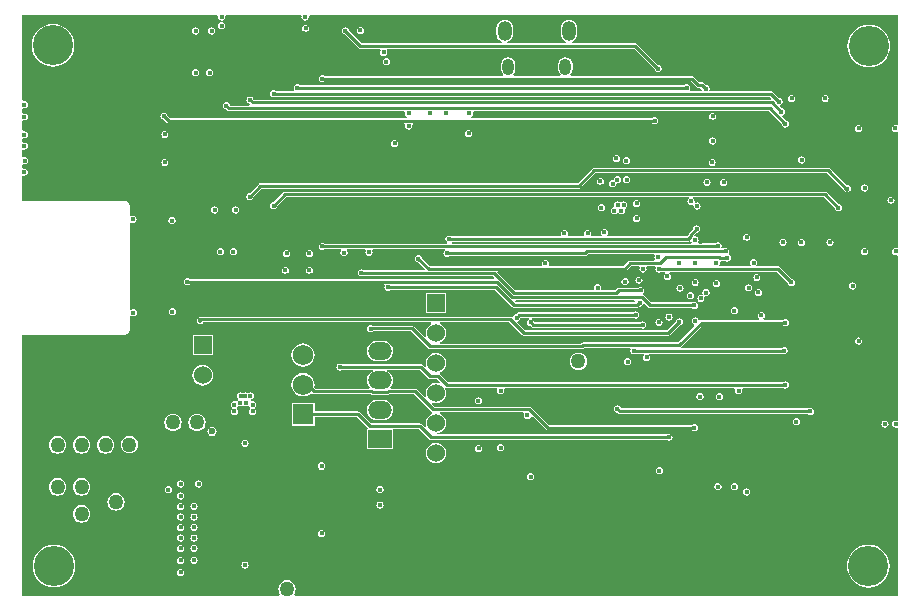
<source format=gbr>
%TF.GenerationSoftware,Altium Limited,Altium Designer,24.9.1 (31)*%
G04 Layer_Physical_Order=3*
G04 Layer_Color=16440176*
%FSLAX45Y45*%
%MOMM*%
%TF.SameCoordinates,30E74C37-C7CC-4F87-9207-2BD30A255DAA*%
%TF.FilePolarity,Positive*%
%TF.FileFunction,Copper,L3,Inr,Signal*%
%TF.Part,Single*%
G01*
G75*
%TA.AperFunction,Conductor*%
%ADD49C,0.25000*%
%ADD51C,0.25400*%
%TA.AperFunction,ComponentPad*%
%ADD54O,1.20000X1.70000*%
%ADD55O,1.00000X1.40000*%
%ADD56O,2.00000X1.50000*%
%ADD57R,2.00000X1.50000*%
%ADD58C,1.52400*%
%ADD59R,1.52400X1.52400*%
%ADD60R,1.75000X1.75000*%
%ADD61C,1.75000*%
%TA.AperFunction,ViaPad*%
%ADD62C,3.40000*%
%ADD63C,0.40000*%
%ADD64C,1.27000*%
%ADD65C,0.60000*%
%ADD66C,0.45000*%
G36*
X-184913Y2779321D02*
X-197613Y2772532D01*
X-199175Y2773575D01*
X-210880Y2775904D01*
X-222585Y2773575D01*
X-232509Y2766945D01*
X-239139Y2757021D01*
X-241468Y2745316D01*
X-239139Y2733611D01*
X-232509Y2723687D01*
X-222585Y2717057D01*
X-210880Y2714728D01*
X-199175Y2717057D01*
X-197613Y2718100D01*
X-184913Y2711311D01*
Y1739976D01*
X-197614Y1732671D01*
X-205740Y1734288D01*
X-217445Y1731959D01*
X-227369Y1725329D01*
X-233999Y1715405D01*
X-236328Y1703700D01*
X-233999Y1691995D01*
X-227369Y1682071D01*
X-217445Y1675441D01*
X-205740Y1673112D01*
X-197614Y1674729D01*
X-184913Y1667424D01*
Y277576D01*
X-197614Y270271D01*
X-205740Y271888D01*
X-217445Y269559D01*
X-227369Y262929D01*
X-233999Y253005D01*
X-236328Y241300D01*
X-233999Y229595D01*
X-227369Y219671D01*
X-217445Y213041D01*
X-205740Y210712D01*
X-197614Y212329D01*
X-184913Y205024D01*
Y-1212701D01*
X-5294485D01*
X-5300749Y-1200001D01*
X-5295198Y-1192767D01*
X-5287792Y-1174887D01*
X-5285266Y-1155700D01*
X-5287792Y-1136513D01*
X-5295198Y-1118633D01*
X-5306979Y-1103279D01*
X-5322333Y-1091498D01*
X-5340213Y-1084092D01*
X-5359400Y-1081566D01*
X-5378587Y-1084092D01*
X-5396467Y-1091498D01*
X-5411821Y-1103279D01*
X-5423602Y-1118633D01*
X-5431008Y-1136513D01*
X-5433534Y-1155700D01*
X-5431008Y-1174887D01*
X-5423602Y-1192767D01*
X-5418051Y-1200001D01*
X-5424315Y-1212701D01*
X-7603349D01*
Y998051D01*
X-6733740D01*
X-6718133Y1001155D01*
X-6704901Y1009996D01*
X-6696061Y1023227D01*
X-6692956Y1038834D01*
Y1155679D01*
X-6687890Y1158925D01*
X-6680256Y1161192D01*
X-6672336Y1155900D01*
X-6660631Y1153571D01*
X-6648925Y1155900D01*
X-6639002Y1162530D01*
X-6632372Y1172454D01*
X-6630043Y1184159D01*
X-6632372Y1195865D01*
X-6639002Y1205788D01*
X-6648925Y1212418D01*
X-6660631Y1214747D01*
X-6672336Y1212418D01*
X-6680256Y1207127D01*
X-6687890Y1209394D01*
X-6692956Y1212639D01*
Y1942906D01*
X-6680256Y1949254D01*
X-6675445Y1946039D01*
X-6663740Y1943711D01*
X-6652034Y1946039D01*
X-6642111Y1952670D01*
X-6635481Y1962593D01*
X-6633152Y1974299D01*
X-6635481Y1986004D01*
X-6642111Y1995927D01*
X-6652034Y2002558D01*
X-6663740Y2004886D01*
X-6675445Y2002558D01*
X-6680256Y1999343D01*
X-6692956Y2005691D01*
Y2088140D01*
X-6696061Y2103747D01*
X-6704901Y2116978D01*
X-6718133Y2125819D01*
X-6733740Y2128924D01*
X-7603349D01*
Y2336448D01*
X-7590649Y2344509D01*
X-7584133Y2343212D01*
X-7572427Y2345541D01*
X-7562504Y2352171D01*
X-7555873Y2362095D01*
X-7553545Y2373800D01*
X-7555873Y2385506D01*
X-7562504Y2395429D01*
X-7572427Y2402059D01*
X-7584133Y2404388D01*
X-7590649Y2403092D01*
X-7603349Y2411152D01*
Y2434945D01*
X-7596830Y2439857D01*
X-7590649Y2442652D01*
X-7580900Y2440712D01*
X-7569195Y2443041D01*
X-7559271Y2449671D01*
X-7552641Y2459595D01*
X-7550312Y2471300D01*
X-7552641Y2483005D01*
X-7559271Y2492929D01*
X-7569195Y2499559D01*
X-7580900Y2501888D01*
X-7590649Y2499949D01*
X-7596830Y2502743D01*
X-7603349Y2507655D01*
Y2556788D01*
X-7590649Y2564849D01*
X-7584133Y2563552D01*
X-7572427Y2565881D01*
X-7562504Y2572511D01*
X-7555873Y2582435D01*
X-7553545Y2594140D01*
X-7555873Y2605845D01*
X-7562504Y2615769D01*
X-7572427Y2622399D01*
X-7584133Y2624728D01*
X-7590649Y2623432D01*
X-7603349Y2631492D01*
Y2651348D01*
X-7590649Y2659408D01*
X-7584133Y2658112D01*
X-7572427Y2660441D01*
X-7562504Y2667071D01*
X-7555873Y2676995D01*
X-7553545Y2688700D01*
X-7555873Y2700405D01*
X-7562504Y2710329D01*
X-7572427Y2716959D01*
X-7584133Y2719288D01*
X-7590649Y2717992D01*
X-7603349Y2726052D01*
Y2802488D01*
X-7590649Y2810548D01*
X-7584133Y2809252D01*
X-7572427Y2811581D01*
X-7562504Y2818211D01*
X-7555873Y2828135D01*
X-7553545Y2839840D01*
X-7555873Y2851545D01*
X-7562504Y2861469D01*
X-7572427Y2868099D01*
X-7584133Y2870428D01*
X-7590649Y2869131D01*
X-7603349Y2877192D01*
Y2907488D01*
X-7590649Y2915548D01*
X-7584133Y2914252D01*
X-7572427Y2916581D01*
X-7562504Y2923211D01*
X-7555873Y2933135D01*
X-7553545Y2944840D01*
X-7555873Y2956545D01*
X-7562504Y2966469D01*
X-7572427Y2973099D01*
X-7584133Y2975428D01*
X-7590649Y2974131D01*
X-7603349Y2982192D01*
Y3705735D01*
X-5951396D01*
X-5943336Y3693035D01*
X-5944632Y3686518D01*
X-5942303Y3674813D01*
X-5935673Y3664890D01*
X-5925749Y3658259D01*
X-5914044Y3655931D01*
X-5902339Y3658259D01*
X-5892415Y3664890D01*
X-5885785Y3674813D01*
X-5883456Y3686518D01*
X-5884753Y3693035D01*
X-5876692Y3705735D01*
X-5243774D01*
X-5235713Y3693035D01*
X-5237010Y3686518D01*
X-5234681Y3674813D01*
X-5228051Y3664890D01*
X-5218127Y3658259D01*
X-5206422Y3655931D01*
X-5194717Y3658259D01*
X-5184793Y3664890D01*
X-5178163Y3674813D01*
X-5175834Y3686518D01*
X-5177130Y3693035D01*
X-5169070Y3705735D01*
X-184913D01*
Y2779321D01*
D02*
G37*
%LPC*%
G36*
X-5914044Y3642988D02*
X-5925749Y3640659D01*
X-5935673Y3634029D01*
X-5942303Y3624105D01*
X-5944632Y3612400D01*
X-5942303Y3600695D01*
X-5935673Y3590771D01*
X-5925749Y3584141D01*
X-5914044Y3581812D01*
X-5902339Y3584141D01*
X-5892415Y3590771D01*
X-5885785Y3600695D01*
X-5883456Y3612400D01*
X-5885785Y3624105D01*
X-5892415Y3634029D01*
X-5902339Y3640659D01*
X-5914044Y3642988D01*
D02*
G37*
G36*
X-5203040Y3622988D02*
X-5214745Y3620659D01*
X-5224669Y3614029D01*
X-5231299Y3604105D01*
X-5233628Y3592400D01*
X-5231299Y3580695D01*
X-5224669Y3570771D01*
X-5214745Y3564141D01*
X-5203040Y3561812D01*
X-5191335Y3564141D01*
X-5181411Y3570771D01*
X-5174781Y3580695D01*
X-5172452Y3592400D01*
X-5174781Y3604105D01*
X-5181411Y3614029D01*
X-5191335Y3620659D01*
X-5203040Y3622988D01*
D02*
G37*
G36*
X-4737796Y3605488D02*
X-4749501Y3603159D01*
X-4759425Y3596529D01*
X-4766055Y3586605D01*
X-4768384Y3574900D01*
X-4766055Y3563195D01*
X-4759425Y3553271D01*
X-4749501Y3546641D01*
X-4737796Y3544312D01*
X-4726091Y3546641D01*
X-4716167Y3553271D01*
X-4709537Y3563195D01*
X-4707208Y3574900D01*
X-4709537Y3586605D01*
X-4716167Y3596529D01*
X-4726091Y3603159D01*
X-4737796Y3605488D01*
D02*
G37*
G36*
X-5996941Y3599312D02*
X-6008647Y3596984D01*
X-6018570Y3590353D01*
X-6025201Y3580430D01*
X-6027529Y3568725D01*
X-6025201Y3557019D01*
X-6018570Y3547096D01*
X-6008647Y3540465D01*
X-5996941Y3538137D01*
X-5985236Y3540465D01*
X-5975312Y3547096D01*
X-5968682Y3557019D01*
X-5966354Y3568725D01*
X-5968682Y3580430D01*
X-5975312Y3590353D01*
X-5985236Y3596984D01*
X-5996941Y3599312D01*
D02*
G37*
G36*
X-6133038D02*
X-6144744Y3596984D01*
X-6154667Y3590353D01*
X-6161298Y3580430D01*
X-6163626Y3568725D01*
X-6161298Y3557019D01*
X-6154667Y3547096D01*
X-6144744Y3540465D01*
X-6133038Y3538137D01*
X-6121333Y3540465D01*
X-6111409Y3547096D01*
X-6104779Y3557019D01*
X-6102451Y3568725D01*
X-6104779Y3580430D01*
X-6111409Y3590353D01*
X-6121333Y3596984D01*
X-6133038Y3599312D01*
D02*
G37*
G36*
X-2971800Y3664304D02*
X-2990074Y3661898D01*
X-3007102Y3654845D01*
X-3021724Y3643624D01*
X-3032945Y3629002D01*
X-3039998Y3611973D01*
X-3042404Y3593700D01*
Y3543700D01*
X-3039998Y3525427D01*
X-3032945Y3508398D01*
X-3021724Y3493776D01*
X-3007102Y3482555D01*
X-2995005Y3477545D01*
X-2997531Y3464845D01*
X-3491069D01*
X-3493595Y3477545D01*
X-3481498Y3482555D01*
X-3466876Y3493776D01*
X-3455656Y3508398D01*
X-3448602Y3525427D01*
X-3446196Y3543700D01*
Y3593700D01*
X-3448602Y3611973D01*
X-3455656Y3629002D01*
X-3466876Y3643624D01*
X-3481498Y3654845D01*
X-3498527Y3661898D01*
X-3516800Y3664304D01*
X-3535074Y3661898D01*
X-3552102Y3654845D01*
X-3566725Y3643624D01*
X-3577945Y3629002D01*
X-3584998Y3611973D01*
X-3587404Y3593700D01*
Y3543700D01*
X-3584998Y3525427D01*
X-3577945Y3508398D01*
X-3566725Y3493776D01*
X-3552102Y3482555D01*
X-3540005Y3477545D01*
X-3542531Y3464845D01*
X-4727969D01*
X-4834501Y3571376D01*
X-4836297Y3580405D01*
X-4842927Y3590329D01*
X-4852851Y3596959D01*
X-4864556Y3599288D01*
X-4876261Y3596959D01*
X-4886185Y3590329D01*
X-4892815Y3580405D01*
X-4895144Y3568700D01*
X-4892815Y3556995D01*
X-4886185Y3547071D01*
X-4876261Y3540441D01*
X-4867232Y3538645D01*
X-4753922Y3425334D01*
X-4746413Y3420317D01*
X-4737556Y3418555D01*
X-4570108D01*
X-4570051Y3418497D01*
X-4564483Y3405855D01*
X-4568306Y3400134D01*
X-4570634Y3388428D01*
X-4568306Y3376723D01*
X-4561675Y3366799D01*
X-4551752Y3360169D01*
X-4540046Y3357841D01*
X-4528341Y3360169D01*
X-4518417Y3366799D01*
X-4511787Y3376723D01*
X-4509459Y3388428D01*
X-4511787Y3400134D01*
X-4515610Y3405855D01*
X-4510042Y3418497D01*
X-4509984Y3418555D01*
X-2421003D01*
X-2247777Y3245329D01*
X-2245981Y3236300D01*
X-2239351Y3226376D01*
X-2229427Y3219746D01*
X-2217722Y3217417D01*
X-2206016Y3219746D01*
X-2196093Y3226376D01*
X-2189462Y3236300D01*
X-2187134Y3248005D01*
X-2189462Y3259711D01*
X-2196093Y3269634D01*
X-2206016Y3276264D01*
X-2215046Y3278061D01*
X-2395051Y3458066D01*
X-2402559Y3463083D01*
X-2411417Y3464845D01*
X-2946069D01*
X-2948595Y3477545D01*
X-2936498Y3482555D01*
X-2921876Y3493776D01*
X-2910655Y3508398D01*
X-2903602Y3525427D01*
X-2901196Y3543700D01*
Y3593700D01*
X-2903602Y3611973D01*
X-2910655Y3629002D01*
X-2921876Y3643624D01*
X-2936498Y3654845D01*
X-2953526Y3661898D01*
X-2971800Y3664304D01*
D02*
G37*
G36*
X-4517540Y3338089D02*
X-4529245Y3335761D01*
X-4539169Y3329131D01*
X-4545799Y3319207D01*
X-4548128Y3307502D01*
X-4545799Y3295796D01*
X-4539169Y3285873D01*
X-4529245Y3279242D01*
X-4517540Y3276914D01*
X-4505835Y3279242D01*
X-4495911Y3285873D01*
X-4489281Y3295796D01*
X-4486952Y3307502D01*
X-4489281Y3319207D01*
X-4495911Y3329131D01*
X-4505835Y3335761D01*
X-4517540Y3338089D01*
D02*
G37*
G36*
X-7342060Y3627388D02*
X-7377346Y3623912D01*
X-7411276Y3613620D01*
X-7442546Y3596905D01*
X-7469955Y3574412D01*
X-7492449Y3547003D01*
X-7509163Y3515733D01*
X-7519455Y3481803D01*
X-7522931Y3446517D01*
X-7519455Y3411231D01*
X-7509163Y3377301D01*
X-7492449Y3346030D01*
X-7469955Y3318622D01*
X-7442546Y3296128D01*
X-7411276Y3279414D01*
X-7377346Y3269121D01*
X-7342060Y3265646D01*
X-7306774Y3269121D01*
X-7272844Y3279414D01*
X-7241574Y3296128D01*
X-7214165Y3318622D01*
X-7191671Y3346030D01*
X-7174957Y3377301D01*
X-7164665Y3411231D01*
X-7161189Y3446517D01*
X-7164665Y3481803D01*
X-7174957Y3515733D01*
X-7191671Y3547003D01*
X-7214165Y3574412D01*
X-7241574Y3596905D01*
X-7272844Y3613620D01*
X-7306774Y3623912D01*
X-7342060Y3627388D01*
D02*
G37*
G36*
X-434220Y3622848D02*
X-469506Y3619372D01*
X-503436Y3609080D01*
X-534707Y3592365D01*
X-562115Y3569872D01*
X-584609Y3542463D01*
X-601323Y3511193D01*
X-611615Y3477263D01*
X-615091Y3441977D01*
X-611615Y3406691D01*
X-601323Y3372761D01*
X-584609Y3341490D01*
X-562115Y3314082D01*
X-534707Y3291588D01*
X-503436Y3274874D01*
X-469506Y3264581D01*
X-434220Y3261106D01*
X-398934Y3264581D01*
X-365004Y3274874D01*
X-333734Y3291588D01*
X-306325Y3314082D01*
X-283832Y3341490D01*
X-267117Y3372761D01*
X-256825Y3406691D01*
X-253349Y3441977D01*
X-256825Y3477263D01*
X-267117Y3511193D01*
X-283832Y3542463D01*
X-306325Y3569872D01*
X-333734Y3592365D01*
X-365004Y3609080D01*
X-398934Y3619372D01*
X-434220Y3622848D01*
D02*
G37*
G36*
X-3001800Y3346875D02*
X-3025211Y3342219D01*
X-3045058Y3328958D01*
X-3058319Y3309111D01*
X-3062976Y3285700D01*
Y3245700D01*
X-3058319Y3222289D01*
X-3045058Y3202443D01*
X-3043894Y3201665D01*
X-3047747Y3188965D01*
X-3440853D01*
X-3444706Y3201665D01*
X-3443543Y3202443D01*
X-3430281Y3222289D01*
X-3425625Y3245700D01*
Y3285700D01*
X-3430281Y3309111D01*
X-3443543Y3328958D01*
X-3463389Y3342219D01*
X-3486800Y3346875D01*
X-3510211Y3342219D01*
X-3530057Y3328958D01*
X-3543319Y3309111D01*
X-3547975Y3285700D01*
Y3245700D01*
X-3543319Y3222289D01*
X-3530057Y3202443D01*
X-3528894Y3201665D01*
X-3532747Y3188965D01*
X-5042918D01*
X-5050573Y3194080D01*
X-5062278Y3196408D01*
X-5073983Y3194080D01*
X-5083907Y3187449D01*
X-5090537Y3177526D01*
X-5092866Y3165820D01*
X-5090537Y3154115D01*
X-5083907Y3144192D01*
X-5073983Y3137561D01*
X-5062278Y3135233D01*
X-5050573Y3137561D01*
X-5042918Y3142676D01*
X-1943243D01*
X-1896148Y3095580D01*
X-1888639Y3090563D01*
X-1879782Y3088801D01*
X-1858861D01*
X-1842312Y3072252D01*
X-1842489Y3070130D01*
X-1849612Y3059552D01*
X-1941646D01*
X-1948435Y3072252D01*
X-1946263Y3075504D01*
X-1943934Y3087209D01*
X-1946263Y3098914D01*
X-1952893Y3108838D01*
X-1962816Y3115468D01*
X-1974522Y3117797D01*
X-1986227Y3115468D01*
X-1993882Y3110354D01*
X-5253680D01*
X-5261335Y3115468D01*
X-5273040Y3117797D01*
X-5284745Y3115468D01*
X-5294669Y3108838D01*
X-5301299Y3098914D01*
X-5303628Y3087209D01*
X-5301299Y3075504D01*
X-5299127Y3072252D01*
X-5305915Y3059552D01*
X-5453374D01*
X-5461334Y3064871D01*
X-5473040Y3067199D01*
X-5484745Y3064871D01*
X-5494668Y3058241D01*
X-5501299Y3048317D01*
X-5503627Y3036612D01*
X-5501299Y3024906D01*
X-5494668Y3014983D01*
X-5484745Y3008352D01*
X-5473040Y3006024D01*
X-5461334Y3008352D01*
X-5453374Y3013671D01*
X-1273733D01*
X-1258856Y2998794D01*
X-1264117Y2986094D01*
X-5641392D01*
X-5643200Y2987902D01*
X-5644780Y2995845D01*
X-5651410Y3005769D01*
X-5661334Y3012399D01*
X-5673039Y3014728D01*
X-5684745Y3012399D01*
X-5694668Y3005769D01*
X-5701298Y2995845D01*
X-5703627Y2984140D01*
X-5701298Y2972435D01*
X-5694668Y2962511D01*
X-5684745Y2955881D01*
X-5679474Y2954832D01*
X-5675397Y2949021D01*
X-5682001Y2936321D01*
X-5840229D01*
X-5842395Y2938486D01*
X-5844262Y2947875D01*
X-5850893Y2957799D01*
X-5860816Y2964429D01*
X-5872522Y2966758D01*
X-5884227Y2964429D01*
X-5894151Y2957799D01*
X-5900781Y2947875D01*
X-5903109Y2936170D01*
X-5900781Y2924465D01*
X-5894151Y2914541D01*
X-5884227Y2907911D01*
X-5874838Y2906043D01*
X-5865953Y2897159D01*
X-5858511Y2892186D01*
X-5849732Y2890439D01*
X-4365637D01*
X-4357738Y2877739D01*
X-4359102Y2870880D01*
X-4356774Y2859175D01*
X-4350143Y2849251D01*
X-4342501Y2844145D01*
X-4343957Y2833114D01*
X-4344613Y2831445D01*
X-6348662D01*
X-6372166Y2854948D01*
X-6372981Y2859045D01*
X-6379611Y2868969D01*
X-6389535Y2875599D01*
X-6401240Y2877928D01*
X-6412945Y2875599D01*
X-6422869Y2868969D01*
X-6429499Y2859045D01*
X-6431828Y2847340D01*
X-6429499Y2835635D01*
X-6422869Y2825711D01*
X-6412945Y2819081D01*
X-6401240Y2816752D01*
X-6399733Y2817052D01*
X-6374615Y2791934D01*
X-6367106Y2786917D01*
X-6358249Y2785155D01*
X-4365413D01*
X-4362298Y2781574D01*
X-4357325Y2772455D01*
X-4359102Y2763520D01*
X-4356774Y2751815D01*
X-4350143Y2741891D01*
X-4340220Y2735261D01*
X-4328514Y2732932D01*
X-4316809Y2735261D01*
X-4306885Y2741891D01*
X-4300255Y2751815D01*
X-4297927Y2763520D01*
X-4299704Y2772455D01*
X-4294731Y2781574D01*
X-4291615Y2785155D01*
X-2265366D01*
X-2257711Y2780041D01*
X-2246006Y2777712D01*
X-2234301Y2780041D01*
X-2224377Y2786671D01*
X-2217747Y2796595D01*
X-2215418Y2808300D01*
X-2217747Y2820005D01*
X-2224377Y2829929D01*
X-2234301Y2836559D01*
X-2246006Y2838888D01*
X-2257711Y2836559D01*
X-2265366Y2831445D01*
X-3800606D01*
X-3801262Y2833114D01*
X-3802718Y2844145D01*
X-3795075Y2849251D01*
X-3788445Y2859175D01*
X-3786117Y2870880D01*
X-3787481Y2877739D01*
X-3779581Y2890439D01*
X-1280793D01*
X-1169337Y2778984D01*
X-1167469Y2769595D01*
X-1160839Y2759671D01*
X-1150915Y2753041D01*
X-1139210Y2750712D01*
X-1127505Y2753041D01*
X-1117581Y2759671D01*
X-1110951Y2769595D01*
X-1108622Y2781300D01*
X-1110951Y2793005D01*
X-1117581Y2802929D01*
X-1127505Y2809559D01*
X-1136895Y2811427D01*
X-1167749Y2842282D01*
X-1163569Y2856062D01*
X-1163387Y2856098D01*
X-1153464Y2862729D01*
X-1146833Y2872652D01*
X-1144505Y2884357D01*
X-1146833Y2896063D01*
X-1153464Y2905986D01*
X-1163387Y2912617D01*
X-1172777Y2914484D01*
X-1185929Y2927636D01*
X-1181748Y2941417D01*
X-1181567Y2941453D01*
X-1171644Y2948083D01*
X-1165013Y2958007D01*
X-1162685Y2969712D01*
X-1165013Y2981417D01*
X-1171644Y2991341D01*
X-1181567Y2997971D01*
X-1193272Y3000300D01*
X-1195111Y2999934D01*
X-1248009Y3052833D01*
X-1255452Y3057806D01*
X-1264231Y3059552D01*
X-1775366D01*
X-1783266Y3072252D01*
X-1781901Y3079112D01*
X-1784230Y3090817D01*
X-1790860Y3100741D01*
X-1800784Y3107371D01*
X-1812489Y3109699D01*
X-1813996Y3109400D01*
X-1832908Y3128312D01*
X-1840417Y3133329D01*
X-1849274Y3135091D01*
X-1870195D01*
X-1917290Y3182186D01*
X-1924799Y3187203D01*
X-1933656Y3188965D01*
X-2955854D01*
X-2959706Y3201665D01*
X-2958543Y3202443D01*
X-2945281Y3222289D01*
X-2940625Y3245700D01*
Y3285700D01*
X-2945281Y3309111D01*
X-2958543Y3328958D01*
X-2978389Y3342219D01*
X-3001800Y3346875D01*
D02*
G37*
G36*
X-6013685Y3245101D02*
X-6025391Y3242773D01*
X-6035314Y3236142D01*
X-6041945Y3226219D01*
X-6044273Y3214514D01*
X-6041945Y3202808D01*
X-6035314Y3192885D01*
X-6025391Y3186254D01*
X-6013685Y3183926D01*
X-6001980Y3186254D01*
X-5992057Y3192885D01*
X-5985426Y3202808D01*
X-5983098Y3214514D01*
X-5985426Y3226219D01*
X-5992057Y3236142D01*
X-6001980Y3242773D01*
X-6013685Y3245101D01*
D02*
G37*
G36*
X-6133038D02*
X-6144744Y3242773D01*
X-6154667Y3236142D01*
X-6161298Y3226219D01*
X-6163626Y3214514D01*
X-6161298Y3202808D01*
X-6154667Y3192885D01*
X-6144744Y3186254D01*
X-6133038Y3183926D01*
X-6121333Y3186254D01*
X-6111409Y3192885D01*
X-6104779Y3202808D01*
X-6102451Y3214514D01*
X-6104779Y3226219D01*
X-6111409Y3236142D01*
X-6121333Y3242773D01*
X-6133038Y3245101D01*
D02*
G37*
G36*
X-803460Y3027741D02*
X-815165Y3025413D01*
X-825089Y3018782D01*
X-831719Y3008859D01*
X-834048Y2997154D01*
X-831719Y2985448D01*
X-825089Y2975525D01*
X-815165Y2968894D01*
X-803460Y2966566D01*
X-791755Y2968894D01*
X-781831Y2975525D01*
X-775201Y2985448D01*
X-772872Y2997154D01*
X-775201Y3008859D01*
X-781831Y3018782D01*
X-791755Y3025413D01*
X-803460Y3027741D01*
D02*
G37*
G36*
X-1085680D02*
X-1097385Y3025413D01*
X-1107309Y3018782D01*
X-1113939Y3008859D01*
X-1116268Y2997154D01*
X-1113939Y2985448D01*
X-1107309Y2975525D01*
X-1097385Y2968894D01*
X-1085680Y2966566D01*
X-1073975Y2968894D01*
X-1064051Y2975525D01*
X-1057421Y2985448D01*
X-1055092Y2997154D01*
X-1057421Y3008859D01*
X-1064051Y3018782D01*
X-1073975Y3025413D01*
X-1085680Y3027741D01*
D02*
G37*
G36*
X-1756180Y2877928D02*
X-1767886Y2875599D01*
X-1777809Y2868969D01*
X-1784440Y2859045D01*
X-1786768Y2847340D01*
X-1784440Y2835635D01*
X-1777809Y2825711D01*
X-1767886Y2819081D01*
X-1756180Y2816752D01*
X-1744475Y2819081D01*
X-1734552Y2825711D01*
X-1727921Y2835635D01*
X-1725593Y2847340D01*
X-1727921Y2859045D01*
X-1734552Y2868969D01*
X-1744475Y2875599D01*
X-1756180Y2877928D01*
D02*
G37*
G36*
X-520067Y2775904D02*
X-531772Y2773575D01*
X-541696Y2766945D01*
X-548326Y2757021D01*
X-550654Y2745316D01*
X-548326Y2733611D01*
X-541696Y2723687D01*
X-531772Y2717057D01*
X-520067Y2714728D01*
X-508361Y2717057D01*
X-498438Y2723687D01*
X-491808Y2733611D01*
X-489479Y2745316D01*
X-491808Y2757021D01*
X-498438Y2766945D01*
X-508361Y2773575D01*
X-520067Y2775904D01*
D02*
G37*
G36*
X-3820514Y2732149D02*
X-3832220Y2729820D01*
X-3842143Y2723190D01*
X-3848774Y2713266D01*
X-3851102Y2701561D01*
X-3848774Y2689856D01*
X-3842143Y2679932D01*
X-3832220Y2673302D01*
X-3820514Y2670973D01*
X-3808809Y2673302D01*
X-3798885Y2679932D01*
X-3792255Y2689856D01*
X-3789927Y2701561D01*
X-3792255Y2713266D01*
X-3798885Y2723190D01*
X-3808809Y2729820D01*
X-3820514Y2732149D01*
D02*
G37*
G36*
X-6393740Y2724728D02*
X-6405445Y2722399D01*
X-6415369Y2715769D01*
X-6421999Y2705845D01*
X-6424328Y2694140D01*
X-6421999Y2682435D01*
X-6415369Y2672511D01*
X-6405445Y2665881D01*
X-6393740Y2663552D01*
X-6382034Y2665881D01*
X-6372111Y2672511D01*
X-6365481Y2682435D01*
X-6363152Y2694140D01*
X-6365481Y2705845D01*
X-6372111Y2715769D01*
X-6382034Y2722399D01*
X-6393740Y2724728D01*
D02*
G37*
G36*
X-1756180Y2667149D02*
X-1767886Y2664820D01*
X-1777809Y2658190D01*
X-1784440Y2648266D01*
X-1786768Y2636561D01*
X-1784440Y2624856D01*
X-1777809Y2614932D01*
X-1767886Y2608302D01*
X-1756180Y2605973D01*
X-1744475Y2608302D01*
X-1734552Y2614932D01*
X-1727921Y2624856D01*
X-1725593Y2636561D01*
X-1727921Y2648266D01*
X-1734552Y2658190D01*
X-1744475Y2664820D01*
X-1756180Y2667149D01*
D02*
G37*
G36*
X-4447540Y2646788D02*
X-4459245Y2644459D01*
X-4469169Y2637829D01*
X-4475799Y2627905D01*
X-4478128Y2616200D01*
X-4475799Y2604495D01*
X-4469169Y2594571D01*
X-4459245Y2587941D01*
X-4447540Y2585612D01*
X-4435835Y2587941D01*
X-4425911Y2594571D01*
X-4419281Y2604495D01*
X-4416952Y2616200D01*
X-4419281Y2627905D01*
X-4425911Y2637829D01*
X-4435835Y2644459D01*
X-4447540Y2646788D01*
D02*
G37*
G36*
X-2570220Y2520888D02*
X-2581925Y2518559D01*
X-2591849Y2511929D01*
X-2598479Y2502005D01*
X-2600808Y2490300D01*
X-2598479Y2478595D01*
X-2591849Y2468671D01*
X-2581925Y2462041D01*
X-2570220Y2459712D01*
X-2558515Y2462041D01*
X-2548591Y2468671D01*
X-2541961Y2478595D01*
X-2539632Y2490300D01*
X-2541961Y2502005D01*
X-2548591Y2511929D01*
X-2558515Y2518559D01*
X-2570220Y2520888D01*
D02*
G37*
G36*
X-1003300Y2507088D02*
X-1015005Y2504759D01*
X-1024929Y2498129D01*
X-1031559Y2488205D01*
X-1033888Y2476500D01*
X-1031559Y2464795D01*
X-1024929Y2454871D01*
X-1015005Y2448241D01*
X-1003300Y2445912D01*
X-991595Y2448241D01*
X-981671Y2454871D01*
X-975041Y2464795D01*
X-972712Y2476500D01*
X-975041Y2488205D01*
X-981671Y2498129D01*
X-991595Y2504759D01*
X-1003300Y2507088D01*
D02*
G37*
G36*
X-2487240Y2501054D02*
X-2498945Y2498726D01*
X-2508869Y2492096D01*
X-2515499Y2482172D01*
X-2517828Y2470467D01*
X-2515499Y2458761D01*
X-2508869Y2448838D01*
X-2498945Y2442207D01*
X-2487240Y2439879D01*
X-2475535Y2442207D01*
X-2465611Y2448838D01*
X-2458981Y2458761D01*
X-2456652Y2470467D01*
X-2458981Y2482172D01*
X-2465611Y2492096D01*
X-2475535Y2498726D01*
X-2487240Y2501054D01*
D02*
G37*
G36*
X-1760224Y2486228D02*
X-1771929Y2483899D01*
X-1781852Y2477269D01*
X-1788483Y2467345D01*
X-1790811Y2455640D01*
X-1788483Y2443935D01*
X-1781852Y2434011D01*
X-1771929Y2427381D01*
X-1760224Y2425052D01*
X-1748518Y2427381D01*
X-1738595Y2434011D01*
X-1731964Y2443935D01*
X-1729636Y2455640D01*
X-1731964Y2467345D01*
X-1738595Y2477269D01*
X-1748518Y2483899D01*
X-1760224Y2486228D01*
D02*
G37*
G36*
X-6393740D02*
X-6405445Y2483899D01*
X-6415369Y2477269D01*
X-6421999Y2467345D01*
X-6424328Y2455640D01*
X-6421999Y2443935D01*
X-6415369Y2434011D01*
X-6405445Y2427381D01*
X-6393740Y2425052D01*
X-6382034Y2427381D01*
X-6372111Y2434011D01*
X-6365481Y2443935D01*
X-6363152Y2455640D01*
X-6365481Y2467345D01*
X-6372111Y2477269D01*
X-6382034Y2483899D01*
X-6393740Y2486228D01*
D02*
G37*
G36*
X-2484655Y2340888D02*
X-2496360Y2338559D01*
X-2506284Y2331929D01*
X-2512914Y2322006D01*
X-2515242Y2310300D01*
X-2512914Y2298595D01*
X-2506284Y2288671D01*
X-2496360Y2282041D01*
X-2484655Y2279712D01*
X-2472949Y2282041D01*
X-2463026Y2288671D01*
X-2456395Y2298595D01*
X-2454067Y2310300D01*
X-2456395Y2322006D01*
X-2463026Y2331929D01*
X-2472949Y2338559D01*
X-2484655Y2340888D01*
D02*
G37*
G36*
X-2707240Y2327525D02*
X-2718945Y2325197D01*
X-2728869Y2318566D01*
X-2735499Y2308643D01*
X-2737828Y2296937D01*
X-2735499Y2285232D01*
X-2728869Y2275308D01*
X-2718945Y2268678D01*
X-2707240Y2266350D01*
X-2695535Y2268678D01*
X-2685611Y2275308D01*
X-2678981Y2285232D01*
X-2676652Y2296937D01*
X-2678981Y2308643D01*
X-2685611Y2318566D01*
X-2695535Y2325197D01*
X-2707240Y2327525D01*
D02*
G37*
G36*
X-1663700Y2316588D02*
X-1675405Y2314259D01*
X-1685329Y2307629D01*
X-1691959Y2297705D01*
X-1694288Y2286000D01*
X-1691959Y2274295D01*
X-1685329Y2264371D01*
X-1675405Y2257741D01*
X-1663700Y2255412D01*
X-1651995Y2257741D01*
X-1642071Y2264371D01*
X-1635441Y2274295D01*
X-1633112Y2286000D01*
X-1635441Y2297705D01*
X-1642071Y2307629D01*
X-1651995Y2314259D01*
X-1663700Y2316588D01*
D02*
G37*
G36*
X-1803400D02*
X-1815105Y2314259D01*
X-1825029Y2307629D01*
X-1831659Y2297705D01*
X-1833988Y2286000D01*
X-1831659Y2274295D01*
X-1825029Y2264371D01*
X-1815105Y2257741D01*
X-1803400Y2255412D01*
X-1791695Y2257741D01*
X-1781771Y2264371D01*
X-1775141Y2274295D01*
X-1772812Y2286000D01*
X-1775141Y2297705D01*
X-1781771Y2307629D01*
X-1791695Y2314259D01*
X-1803400Y2316588D01*
D02*
G37*
G36*
X-2562186Y2340888D02*
X-2573891Y2338559D01*
X-2583814Y2331929D01*
X-2590445Y2322006D01*
X-2592773Y2310300D01*
X-2604901Y2306169D01*
X-2613243Y2304510D01*
X-2623166Y2297879D01*
X-2629797Y2287956D01*
X-2632125Y2276250D01*
X-2629797Y2264545D01*
X-2623166Y2254622D01*
X-2613243Y2247991D01*
X-2601537Y2245663D01*
X-2589832Y2247991D01*
X-2579908Y2254622D01*
X-2573278Y2264545D01*
X-2570950Y2276250D01*
X-2558822Y2280382D01*
X-2550480Y2282041D01*
X-2540557Y2288671D01*
X-2533926Y2298595D01*
X-2531598Y2310300D01*
X-2533926Y2322006D01*
X-2540557Y2331929D01*
X-2550480Y2338559D01*
X-2562186Y2340888D01*
D02*
G37*
G36*
X-469071Y2270079D02*
X-480776Y2267751D01*
X-490700Y2261120D01*
X-497330Y2251197D01*
X-499659Y2239491D01*
X-497330Y2227786D01*
X-490700Y2217862D01*
X-480776Y2211232D01*
X-469071Y2208904D01*
X-457366Y2211232D01*
X-447442Y2217862D01*
X-440812Y2227786D01*
X-438483Y2239491D01*
X-440812Y2251197D01*
X-447442Y2261120D01*
X-457366Y2267751D01*
X-469071Y2270079D01*
D02*
G37*
G36*
X-2496218Y2412320D02*
X-2504997Y2410573D01*
X-2505307Y2410365D01*
X-2757440D01*
X-2766219Y2408619D01*
X-2773661Y2403646D01*
X-2898117Y2279191D01*
X-5584730D01*
X-5593509Y2277444D01*
X-5600951Y2272471D01*
X-5676676Y2196747D01*
X-5686065Y2194879D01*
X-5695989Y2188249D01*
X-5702619Y2178325D01*
X-5704948Y2166620D01*
X-5702619Y2154915D01*
X-5695989Y2144991D01*
X-5686065Y2138361D01*
X-5674360Y2136032D01*
X-5662655Y2138361D01*
X-5652731Y2144991D01*
X-5646101Y2154915D01*
X-5644233Y2164304D01*
X-5575228Y2233309D01*
X-2888615D01*
X-2879836Y2235056D01*
X-2872393Y2240029D01*
X-2747938Y2364484D01*
X-2498172D01*
X-2489393Y2366230D01*
X-2489082Y2366438D01*
X-787485D01*
X-644776Y2223729D01*
X-644586Y2222774D01*
X-637956Y2212851D01*
X-628032Y2206220D01*
X-624437Y2205505D01*
X-623368Y2204791D01*
X-614589Y2203044D01*
X-605810Y2204791D01*
X-598368Y2209763D01*
X-597601Y2210911D01*
X-594698Y2212851D01*
X-588068Y2222774D01*
X-585739Y2234479D01*
X-588068Y2246185D01*
X-594698Y2256108D01*
X-604622Y2262739D01*
X-616327Y2265067D01*
X-620415Y2264254D01*
X-761761Y2405600D01*
X-769204Y2410573D01*
X-777983Y2412319D01*
X-2496216D01*
X-2496218Y2412320D01*
D02*
G37*
G36*
X-2510116Y2126838D02*
X-2521821Y2124510D01*
X-2531745Y2117879D01*
X-2537985D01*
X-2547908Y2124510D01*
X-2559614Y2126838D01*
X-2571319Y2124510D01*
X-2581242Y2117879D01*
X-2587873Y2107956D01*
X-2590201Y2096251D01*
X-2589053Y2090479D01*
X-2588879Y2083766D01*
X-2597938Y2076749D01*
X-2600449Y2076249D01*
X-2610373Y2069619D01*
X-2617003Y2059695D01*
X-2619332Y2047990D01*
X-2617003Y2036285D01*
X-2610373Y2026361D01*
X-2600449Y2019731D01*
X-2588744Y2017402D01*
X-2577039Y2019731D01*
X-2567115Y2026361D01*
X-2566791Y2026846D01*
X-2551517D01*
X-2551193Y2026361D01*
X-2541270Y2019731D01*
X-2529564Y2017402D01*
X-2517859Y2019731D01*
X-2507936Y2026361D01*
X-2501305Y2036285D01*
X-2498977Y2047990D01*
X-2501305Y2059695D01*
X-2493684Y2071150D01*
X-2488487Y2074622D01*
X-2481857Y2084545D01*
X-2479528Y2096251D01*
X-2481857Y2107956D01*
X-2488487Y2117879D01*
X-2498411Y2124510D01*
X-2510116Y2126838D01*
D02*
G37*
G36*
X-246800Y2166838D02*
X-258505Y2164510D01*
X-268429Y2157879D01*
X-275059Y2147956D01*
X-277388Y2136250D01*
X-275059Y2124545D01*
X-268429Y2114621D01*
X-258505Y2107991D01*
X-246800Y2105663D01*
X-235095Y2107991D01*
X-225171Y2114621D01*
X-218541Y2124545D01*
X-216212Y2136250D01*
X-218541Y2147956D01*
X-225171Y2157879D01*
X-235095Y2164510D01*
X-246800Y2166838D01*
D02*
G37*
G36*
X-2400300Y2138788D02*
X-2412005Y2136459D01*
X-2421929Y2129829D01*
X-2428559Y2119905D01*
X-2430888Y2108200D01*
X-2428559Y2096495D01*
X-2421929Y2086571D01*
X-2412005Y2079941D01*
X-2400300Y2077612D01*
X-2388595Y2079941D01*
X-2378671Y2086571D01*
X-2372041Y2096495D01*
X-2369712Y2108200D01*
X-2372041Y2119905D01*
X-2378671Y2129829D01*
X-2388595Y2136459D01*
X-2400300Y2138788D01*
D02*
G37*
G36*
X-2697440Y2104146D02*
X-2709145Y2101817D01*
X-2719069Y2095187D01*
X-2725699Y2085264D01*
X-2728028Y2073558D01*
X-2725699Y2061853D01*
X-2719069Y2051929D01*
X-2709145Y2045299D01*
X-2697440Y2042971D01*
X-2685735Y2045299D01*
X-2675811Y2051929D01*
X-2669181Y2061853D01*
X-2666852Y2073558D01*
X-2669181Y2085264D01*
X-2675811Y2095187D01*
X-2685735Y2101817D01*
X-2697440Y2104146D01*
D02*
G37*
G36*
X-5374929Y2209191D02*
X-5383708Y2207445D01*
X-5391151Y2202472D01*
X-5391151Y2202471D01*
X-5475356Y2118267D01*
X-5484745Y2116399D01*
X-5494668Y2109769D01*
X-5501299Y2099845D01*
X-5503627Y2088140D01*
X-5501299Y2076435D01*
X-5494668Y2066511D01*
X-5484745Y2059881D01*
X-5473040Y2057552D01*
X-5461334Y2059881D01*
X-5451411Y2066511D01*
X-5444780Y2076435D01*
X-5442913Y2085824D01*
X-5365427Y2163310D01*
X-1958462D01*
X-1954610Y2150610D01*
X-1960752Y2146505D01*
X-1967383Y2136582D01*
X-1969711Y2124877D01*
X-1967383Y2113171D01*
X-1960752Y2103248D01*
X-1950829Y2096617D01*
X-1939123Y2094289D01*
X-1928585Y2096385D01*
X-1923538Y2093363D01*
X-1917281Y2088116D01*
X-1917737Y2085824D01*
X-1915408Y2074119D01*
X-1908778Y2064196D01*
X-1898854Y2057565D01*
X-1887149Y2055237D01*
X-1875444Y2057565D01*
X-1865520Y2064196D01*
X-1858890Y2074119D01*
X-1856561Y2085824D01*
X-1858890Y2097530D01*
X-1865520Y2107453D01*
X-1875444Y2114084D01*
X-1887149Y2116412D01*
X-1897688Y2114316D01*
X-1902735Y2117338D01*
X-1908992Y2122585D01*
X-1908536Y2124877D01*
X-1910864Y2136582D01*
X-1917495Y2146505D01*
X-1923637Y2150610D01*
X-1919785Y2163310D01*
X-815800D01*
X-721927Y2069437D01*
X-720059Y2060047D01*
X-713429Y2050124D01*
X-703505Y2043493D01*
X-691800Y2041165D01*
X-680095Y2043493D01*
X-670171Y2050124D01*
X-663541Y2060047D01*
X-661212Y2071753D01*
X-663541Y2083458D01*
X-670171Y2093382D01*
X-680095Y2100012D01*
X-689484Y2101880D01*
X-790076Y2202472D01*
X-797519Y2207445D01*
X-806298Y2209191D01*
X-5374928D01*
X-5374929Y2209191D01*
D02*
G37*
G36*
X-5794926Y2083703D02*
X-5806631Y2081375D01*
X-5816555Y2074745D01*
X-5823185Y2064821D01*
X-5825513Y2053116D01*
X-5823185Y2041410D01*
X-5816555Y2031487D01*
X-5806631Y2024857D01*
X-5794926Y2022528D01*
X-5783220Y2024857D01*
X-5773297Y2031487D01*
X-5766666Y2041410D01*
X-5764338Y2053116D01*
X-5766666Y2064821D01*
X-5773297Y2074745D01*
X-5783220Y2081375D01*
X-5794926Y2083703D01*
D02*
G37*
G36*
X-5971154D02*
X-5982859Y2081375D01*
X-5992783Y2074745D01*
X-5999413Y2064821D01*
X-6001742Y2053116D01*
X-5999413Y2041410D01*
X-5992783Y2031487D01*
X-5982859Y2024857D01*
X-5971154Y2022528D01*
X-5959449Y2024857D01*
X-5949525Y2031487D01*
X-5942895Y2041410D01*
X-5940566Y2053116D01*
X-5942895Y2064821D01*
X-5949525Y2074745D01*
X-5959449Y2081375D01*
X-5971154Y2083703D01*
D02*
G37*
G36*
X-2400300Y2011788D02*
X-2412005Y2009459D01*
X-2421929Y2002829D01*
X-2428559Y1992905D01*
X-2430888Y1981200D01*
X-2428559Y1969495D01*
X-2421929Y1959571D01*
X-2412005Y1952941D01*
X-2400300Y1950612D01*
X-2388595Y1952941D01*
X-2378671Y1959571D01*
X-2372041Y1969495D01*
X-2369712Y1981200D01*
X-2372041Y1992905D01*
X-2378671Y2002829D01*
X-2388595Y2009459D01*
X-2400300Y2011788D01*
D02*
G37*
G36*
X-6333740Y1991728D02*
X-6345445Y1989399D01*
X-6355369Y1982769D01*
X-6361999Y1972845D01*
X-6364327Y1961140D01*
X-6361999Y1949435D01*
X-6355369Y1939511D01*
X-6345445Y1932881D01*
X-6333740Y1930552D01*
X-6322034Y1932881D01*
X-6312111Y1939511D01*
X-6305480Y1949435D01*
X-6303152Y1961140D01*
X-6305480Y1972845D01*
X-6312111Y1982769D01*
X-6322034Y1989399D01*
X-6333740Y1991728D01*
D02*
G37*
G36*
X-1891997Y1922518D02*
X-1903702Y1920190D01*
X-1913626Y1913560D01*
X-1920256Y1903636D01*
X-1922052Y1894607D01*
X-1951481Y1865178D01*
X-1956499Y1857669D01*
X-1958260Y1848812D01*
Y1844510D01*
X-1971340Y1831430D01*
X-2643459D01*
X-2646004Y1834931D01*
X-2649085Y1844130D01*
X-2644181Y1851469D01*
X-2641852Y1863174D01*
X-2644181Y1874880D01*
X-2650811Y1884803D01*
X-2660735Y1891434D01*
X-2672440Y1893762D01*
X-2684146Y1891434D01*
X-2694069Y1884803D01*
X-2700699Y1874880D01*
X-2703028Y1863174D01*
X-2700699Y1851469D01*
X-2695796Y1844130D01*
X-2698876Y1834931D01*
X-2701421Y1831430D01*
X-2778032D01*
X-2784821Y1844130D01*
X-2784721Y1844280D01*
X-2782392Y1855985D01*
X-2784721Y1867690D01*
X-2791351Y1877614D01*
X-2801275Y1884244D01*
X-2812980Y1886573D01*
X-2824685Y1884244D01*
X-2834609Y1877614D01*
X-2841239Y1867690D01*
X-2843568Y1855985D01*
X-2841239Y1844280D01*
X-2841139Y1844130D01*
X-2847928Y1831430D01*
X-2975892D01*
X-2982681Y1844130D01*
X-2982581Y1844280D01*
X-2980252Y1855985D01*
X-2982581Y1867690D01*
X-2989211Y1877614D01*
X-2999135Y1884244D01*
X-3010840Y1886573D01*
X-3022545Y1884244D01*
X-3032469Y1877614D01*
X-3039099Y1867690D01*
X-3041428Y1855985D01*
X-3039099Y1844280D01*
X-3038999Y1844130D01*
X-3045788Y1831430D01*
X-3968233D01*
X-3975887Y1836544D01*
X-3987593Y1838873D01*
X-3999298Y1836544D01*
X-4009222Y1829914D01*
X-4015852Y1819990D01*
X-4018180Y1808285D01*
X-4015852Y1796580D01*
X-4009222Y1786656D01*
X-4001181Y1781283D01*
X-4001643Y1773309D01*
X-4003293Y1768583D01*
X-5042918D01*
X-5050573Y1773698D01*
X-5062278Y1776026D01*
X-5073983Y1773698D01*
X-5083907Y1767068D01*
X-5090537Y1757144D01*
X-5092866Y1745439D01*
X-5090537Y1733733D01*
X-5083907Y1723810D01*
X-5073983Y1717179D01*
X-5062278Y1714851D01*
X-5050573Y1717179D01*
X-5042918Y1722294D01*
X-4906510D01*
X-4905612Y1721286D01*
X-4900884Y1709594D01*
X-4905077Y1703319D01*
X-4907405Y1691614D01*
X-4905077Y1679909D01*
X-4898446Y1669985D01*
X-4888523Y1663355D01*
X-4876817Y1661026D01*
X-4865112Y1663355D01*
X-4855188Y1669985D01*
X-4848558Y1679909D01*
X-4846230Y1691614D01*
X-4848558Y1703319D01*
X-4852750Y1709594D01*
X-4848022Y1721286D01*
X-4847125Y1722294D01*
X-4699452D01*
X-4692663Y1709594D01*
X-4694495Y1706853D01*
X-4696823Y1695147D01*
X-4694495Y1683442D01*
X-4687864Y1673519D01*
X-4677941Y1666888D01*
X-4666235Y1664560D01*
X-4654530Y1666888D01*
X-4644606Y1673519D01*
X-4637976Y1683442D01*
X-4635648Y1695147D01*
X-4637976Y1706853D01*
X-4639807Y1709594D01*
X-4633019Y1722294D01*
X-4026162D01*
X-4022309Y1709594D01*
X-4027007Y1706455D01*
X-4033638Y1696531D01*
X-4035966Y1684826D01*
X-4033638Y1673121D01*
X-4027007Y1663197D01*
X-4017084Y1656567D01*
X-4005379Y1654238D01*
X-3993673Y1656567D01*
X-3986018Y1661681D01*
X-2836329D01*
X-2827472Y1663443D01*
X-2819963Y1668460D01*
X-2807868Y1680555D01*
X-2252957D01*
X-2246169Y1667855D01*
X-2247254Y1666230D01*
X-2249583Y1654525D01*
X-2247254Y1642820D01*
X-2243547Y1637271D01*
X-2249284Y1624571D01*
X-2453363D01*
X-2462221Y1622809D01*
X-2469729Y1617792D01*
X-2509137Y1578383D01*
X-3138392D01*
X-3145181Y1591083D01*
X-3145081Y1591233D01*
X-3142752Y1602939D01*
X-3145081Y1614644D01*
X-3151711Y1624567D01*
X-3161635Y1631198D01*
X-3173340Y1633526D01*
X-3185045Y1631198D01*
X-3194969Y1624567D01*
X-3201599Y1614644D01*
X-3203928Y1602939D01*
X-3201599Y1591233D01*
X-3201499Y1591083D01*
X-3208288Y1578383D01*
X-4151307D01*
X-4217361Y1644437D01*
X-4219157Y1653467D01*
X-4225788Y1663390D01*
X-4235711Y1670021D01*
X-4247416Y1672349D01*
X-4259122Y1670021D01*
X-4269045Y1663390D01*
X-4275676Y1653467D01*
X-4278004Y1641761D01*
X-4275676Y1630056D01*
X-4269045Y1620132D01*
X-4259122Y1613502D01*
X-4250093Y1611706D01*
X-4193757Y1555371D01*
X-4198617Y1543637D01*
X-4711181D01*
X-4718836Y1548752D01*
X-4730541Y1551080D01*
X-4742246Y1548752D01*
X-4752170Y1542121D01*
X-4758800Y1532198D01*
X-4761129Y1520493D01*
X-4758800Y1508787D01*
X-4752170Y1498864D01*
X-4742246Y1492233D01*
X-4730541Y1489905D01*
X-4718836Y1492233D01*
X-4711181Y1497348D01*
X-3620121D01*
X-3604051Y1481277D01*
X-3608911Y1469544D01*
X-6182822D01*
X-6190476Y1474659D01*
X-6202182Y1476987D01*
X-6213887Y1474659D01*
X-6223811Y1468028D01*
X-6230441Y1458105D01*
X-6232769Y1446399D01*
X-6230441Y1434694D01*
X-6223811Y1424771D01*
X-6213887Y1418140D01*
X-6202182Y1415812D01*
X-6190476Y1418140D01*
X-6182822Y1423255D01*
X-4540309D01*
X-4533520Y1410555D01*
X-4533620Y1410405D01*
X-4535949Y1398700D01*
X-4533620Y1386994D01*
X-4526990Y1377071D01*
X-4517066Y1370440D01*
X-4505361Y1368112D01*
X-4493655Y1370440D01*
X-4486001Y1375555D01*
X-3597065D01*
X-3455481Y1233971D01*
X-3447972Y1228954D01*
X-3439115Y1227192D01*
X-2392735D01*
X-2383878Y1228954D01*
X-2376369Y1233971D01*
X-2374694Y1235646D01*
X-2373187Y1235346D01*
X-2361482Y1237675D01*
X-2351558Y1244305D01*
X-2344928Y1254229D01*
X-2344893Y1254405D01*
X-2331112Y1258585D01*
X-2303096Y1230570D01*
X-2295588Y1225553D01*
X-2286731Y1223791D01*
X-1930258D01*
X-1922603Y1218676D01*
X-1910898Y1216348D01*
X-1899192Y1218676D01*
X-1889269Y1225307D01*
X-1882638Y1235230D01*
X-1880310Y1246936D01*
X-1882638Y1258641D01*
X-1889269Y1268564D01*
X-1899192Y1275195D01*
X-1910898Y1277523D01*
X-1922603Y1275195D01*
X-1930258Y1270080D01*
X-2277144D01*
X-2337330Y1330266D01*
X-2344838Y1335283D01*
X-2347511Y1348764D01*
X-2343638Y1351351D01*
X-2337008Y1361274D01*
X-2334680Y1372980D01*
X-2337008Y1384685D01*
X-2343638Y1394609D01*
X-2353562Y1401239D01*
X-2365267Y1403567D01*
X-2376973Y1401239D01*
X-2384627Y1396124D01*
X-2551138D01*
X-2559995Y1394363D01*
X-2567504Y1389346D01*
X-2585405Y1371445D01*
X-2695552D01*
X-2702341Y1384145D01*
X-2702241Y1384295D01*
X-2699912Y1396000D01*
X-2702241Y1407705D01*
X-2708871Y1417629D01*
X-2718795Y1424259D01*
X-2730500Y1426588D01*
X-2742205Y1424259D01*
X-2752129Y1417629D01*
X-2758759Y1407705D01*
X-2761088Y1396000D01*
X-2758759Y1384295D01*
X-2758659Y1384145D01*
X-2765448Y1371445D01*
X-3428755D01*
X-3577671Y1520361D01*
X-3572811Y1532094D01*
X-2499551D01*
X-2490694Y1533856D01*
X-2483185Y1538873D01*
X-2443776Y1578281D01*
X-2379949D01*
X-2373160Y1565581D01*
X-2373260Y1565431D01*
X-2375589Y1553726D01*
X-2373260Y1542021D01*
X-2366630Y1532097D01*
X-2356706Y1525467D01*
X-2345001Y1523138D01*
X-2333296Y1525467D01*
X-2323372Y1532097D01*
X-2316742Y1542021D01*
X-2314413Y1553726D01*
X-2316742Y1565431D01*
X-2316842Y1565581D01*
X-2310053Y1578281D01*
X-2245342D01*
X-2238553Y1565581D01*
X-2238910Y1565048D01*
X-2241238Y1553342D01*
X-2238910Y1541637D01*
X-2232279Y1531713D01*
X-2222356Y1525083D01*
X-2210650Y1522755D01*
X-2198945Y1525083D01*
X-2191290Y1530198D01*
X-2160171D01*
X-2156319Y1517498D01*
X-2161797Y1513837D01*
X-2168428Y1503913D01*
X-2170756Y1492208D01*
X-2168428Y1480503D01*
X-2161797Y1470579D01*
X-2151874Y1463949D01*
X-2140168Y1461620D01*
X-2128463Y1463949D01*
X-2118540Y1470579D01*
X-2111909Y1480503D01*
X-2109581Y1492208D01*
X-2111909Y1503913D01*
X-2118540Y1513837D01*
X-2124018Y1517498D01*
X-2120166Y1530198D01*
X-1213547D01*
X-1120135Y1436786D01*
X-1118339Y1427757D01*
X-1111709Y1417833D01*
X-1101785Y1411203D01*
X-1090080Y1408874D01*
X-1078375Y1411203D01*
X-1068451Y1417833D01*
X-1061821Y1427757D01*
X-1059492Y1439462D01*
X-1061821Y1451168D01*
X-1068451Y1461091D01*
X-1078375Y1467721D01*
X-1087404Y1469518D01*
X-1187595Y1569708D01*
X-1195103Y1574725D01*
X-1203960Y1576487D01*
X-1380444D01*
X-1382354Y1578918D01*
X-1386069Y1589187D01*
X-1381441Y1596115D01*
X-1379112Y1607820D01*
X-1381441Y1619525D01*
X-1388071Y1629449D01*
X-1397995Y1636079D01*
X-1409700Y1638408D01*
X-1421405Y1636079D01*
X-1431329Y1629449D01*
X-1437959Y1619525D01*
X-1440288Y1607820D01*
X-1437959Y1596115D01*
X-1433331Y1589187D01*
X-1437046Y1578918D01*
X-1438956Y1576487D01*
X-1696224D01*
X-1698134Y1578918D01*
X-1701849Y1589187D01*
X-1697221Y1596115D01*
X-1694892Y1607820D01*
X-1695065Y1608690D01*
X-1684597Y1621158D01*
X-1647839D01*
X-1643257Y1618097D01*
X-1631551Y1615768D01*
X-1619846Y1618097D01*
X-1609922Y1624727D01*
X-1603292Y1634651D01*
X-1600964Y1646356D01*
X-1603292Y1658061D01*
X-1609922Y1667985D01*
X-1617414Y1672990D01*
X-1620015Y1675927D01*
X-1621560Y1687905D01*
X-1618827Y1691995D01*
X-1616499Y1703700D01*
X-1618827Y1715405D01*
X-1625458Y1725329D01*
X-1635381Y1731959D01*
X-1647087Y1734288D01*
X-1658792Y1731959D01*
X-1664765Y1727969D01*
X-1675622Y1729815D01*
X-1682665Y1741299D01*
X-1680593Y1751716D01*
X-1682921Y1763422D01*
X-1689551Y1773345D01*
X-1699475Y1779976D01*
X-1711180Y1782304D01*
X-1722886Y1779976D01*
X-1730540Y1774861D01*
X-1837506D01*
X-1846363Y1773099D01*
X-1853121Y1768583D01*
X-1873624D01*
X-1879578Y1781283D01*
X-1876046Y1786570D01*
X-1873718Y1798275D01*
X-1876046Y1809981D01*
X-1882677Y1819904D01*
X-1892600Y1826535D01*
X-1904305Y1828863D01*
X-1909810Y1836304D01*
X-1910645Y1840551D01*
X-1889321Y1861875D01*
X-1880292Y1863671D01*
X-1870368Y1870302D01*
X-1863738Y1880225D01*
X-1861409Y1891931D01*
X-1863738Y1903636D01*
X-1870368Y1913560D01*
X-1880292Y1920190D01*
X-1891997Y1922518D01*
D02*
G37*
G36*
X-1466500Y1853557D02*
X-1478205Y1851229D01*
X-1488129Y1844598D01*
X-1494759Y1834675D01*
X-1497088Y1822969D01*
X-1494759Y1811264D01*
X-1488129Y1801341D01*
X-1478205Y1794710D01*
X-1466500Y1792382D01*
X-1454795Y1794710D01*
X-1444871Y1801341D01*
X-1438241Y1811264D01*
X-1435912Y1822969D01*
X-1438241Y1834675D01*
X-1444871Y1844598D01*
X-1454795Y1851229D01*
X-1466500Y1853557D01*
D02*
G37*
G36*
X-763036Y1810588D02*
X-774742Y1808260D01*
X-784665Y1801629D01*
X-791296Y1791706D01*
X-793624Y1780001D01*
X-791296Y1768295D01*
X-784665Y1758372D01*
X-774742Y1751741D01*
X-763036Y1749413D01*
X-751331Y1751741D01*
X-741407Y1758372D01*
X-734777Y1768295D01*
X-732449Y1780001D01*
X-734777Y1791706D01*
X-741407Y1801629D01*
X-751331Y1808260D01*
X-763036Y1810588D01*
D02*
G37*
G36*
X-1005080D02*
X-1016785Y1808260D01*
X-1026709Y1801629D01*
X-1033339Y1791706D01*
X-1035668Y1780001D01*
X-1033339Y1768295D01*
X-1026709Y1758372D01*
X-1016785Y1751741D01*
X-1005080Y1749413D01*
X-993375Y1751741D01*
X-983451Y1758372D01*
X-976821Y1768295D01*
X-974492Y1780001D01*
X-976821Y1791706D01*
X-983451Y1801629D01*
X-993375Y1808260D01*
X-1005080Y1810588D01*
D02*
G37*
G36*
X-1160644D02*
X-1172350Y1808260D01*
X-1182273Y1801629D01*
X-1188904Y1791706D01*
X-1191232Y1780001D01*
X-1188904Y1768295D01*
X-1182273Y1758372D01*
X-1172350Y1751741D01*
X-1160644Y1749413D01*
X-1148939Y1751741D01*
X-1139016Y1758372D01*
X-1132385Y1768295D01*
X-1130057Y1780001D01*
X-1132385Y1791706D01*
X-1139016Y1801629D01*
X-1148939Y1808260D01*
X-1160644Y1810588D01*
D02*
G37*
G36*
X-469071Y1734288D02*
X-480776Y1731959D01*
X-490700Y1725329D01*
X-497330Y1715405D01*
X-499659Y1703700D01*
X-497330Y1691995D01*
X-490700Y1682071D01*
X-480776Y1675441D01*
X-469071Y1673112D01*
X-457366Y1675441D01*
X-447442Y1682071D01*
X-440812Y1691995D01*
X-438483Y1703700D01*
X-440812Y1715405D01*
X-447442Y1725329D01*
X-457366Y1731959D01*
X-469071Y1734288D01*
D02*
G37*
G36*
X-5813039Y1731027D02*
X-5824744Y1728698D01*
X-5834668Y1722068D01*
X-5841298Y1712144D01*
X-5843627Y1700439D01*
X-5841298Y1688733D01*
X-5834668Y1678810D01*
X-5824744Y1672180D01*
X-5813039Y1669851D01*
X-5801334Y1672180D01*
X-5791410Y1678810D01*
X-5784780Y1688733D01*
X-5782451Y1700439D01*
X-5784780Y1712144D01*
X-5791410Y1722068D01*
X-5801334Y1728698D01*
X-5813039Y1731027D01*
D02*
G37*
G36*
X-5924926D02*
X-5936631Y1728698D01*
X-5946555Y1722068D01*
X-5953185Y1712144D01*
X-5955513Y1700439D01*
X-5953185Y1688733D01*
X-5946555Y1678810D01*
X-5936631Y1672180D01*
X-5924926Y1669851D01*
X-5913220Y1672180D01*
X-5903297Y1678810D01*
X-5896666Y1688733D01*
X-5894338Y1700439D01*
X-5896666Y1712144D01*
X-5903297Y1722068D01*
X-5913220Y1728698D01*
X-5924926Y1731027D01*
D02*
G37*
G36*
X-5363903Y1717277D02*
X-5375609Y1714948D01*
X-5385532Y1708318D01*
X-5392163Y1698394D01*
X-5394491Y1686689D01*
X-5392163Y1674984D01*
X-5385532Y1665060D01*
X-5375609Y1658430D01*
X-5363903Y1656101D01*
X-5352198Y1658430D01*
X-5342275Y1665060D01*
X-5335644Y1674984D01*
X-5333316Y1686689D01*
X-5335644Y1698394D01*
X-5342275Y1708318D01*
X-5352198Y1714948D01*
X-5363903Y1717277D01*
D02*
G37*
G36*
X-5171156Y1716187D02*
X-5182861Y1713858D01*
X-5192784Y1707228D01*
X-5199415Y1697304D01*
X-5201743Y1685599D01*
X-5199415Y1673894D01*
X-5192784Y1663970D01*
X-5182861Y1657340D01*
X-5171156Y1655011D01*
X-5159450Y1657340D01*
X-5149527Y1663970D01*
X-5142896Y1673894D01*
X-5140568Y1685599D01*
X-5142896Y1697304D01*
X-5149527Y1707228D01*
X-5159450Y1713858D01*
X-5171156Y1716187D01*
D02*
G37*
G36*
Y1574288D02*
X-5182861Y1571959D01*
X-5192784Y1565329D01*
X-5199415Y1555405D01*
X-5201743Y1543700D01*
X-5199415Y1531995D01*
X-5192784Y1522071D01*
X-5182861Y1515441D01*
X-5171156Y1513112D01*
X-5159450Y1515441D01*
X-5149527Y1522071D01*
X-5142896Y1531995D01*
X-5140568Y1543700D01*
X-5142896Y1555405D01*
X-5149527Y1565329D01*
X-5159450Y1571959D01*
X-5171156Y1574288D01*
D02*
G37*
G36*
X-5375236D02*
X-5386941Y1571959D01*
X-5396864Y1565329D01*
X-5403495Y1555405D01*
X-5405823Y1543700D01*
X-5403495Y1531995D01*
X-5396864Y1522071D01*
X-5386941Y1515441D01*
X-5375236Y1513112D01*
X-5363530Y1515441D01*
X-5353607Y1522071D01*
X-5346976Y1531995D01*
X-5344648Y1543700D01*
X-5346976Y1555405D01*
X-5353607Y1565329D01*
X-5363530Y1571959D01*
X-5375236Y1574288D01*
D02*
G37*
G36*
X-1381462Y1513888D02*
X-1393167Y1511559D01*
X-1403090Y1504929D01*
X-1409721Y1495005D01*
X-1412049Y1483300D01*
X-1409721Y1471595D01*
X-1403090Y1461671D01*
X-1393167Y1455041D01*
X-1381462Y1452712D01*
X-1369756Y1455041D01*
X-1359833Y1461671D01*
X-1353202Y1471595D01*
X-1350874Y1483300D01*
X-1353202Y1495005D01*
X-1359833Y1504929D01*
X-1369756Y1511559D01*
X-1381462Y1513888D01*
D02*
G37*
G36*
X-2380322Y1489946D02*
X-2392027Y1487618D01*
X-2401950Y1480987D01*
X-2408581Y1471064D01*
X-2410909Y1459358D01*
X-2408581Y1447653D01*
X-2401950Y1437729D01*
X-2392027Y1431099D01*
X-2380322Y1428771D01*
X-2368616Y1431099D01*
X-2358693Y1437729D01*
X-2352062Y1447653D01*
X-2349734Y1459358D01*
X-2352062Y1471064D01*
X-2358693Y1480987D01*
X-2368616Y1487618D01*
X-2380322Y1489946D01*
D02*
G37*
G36*
X-2497440Y1475767D02*
X-2509145Y1473439D01*
X-2519069Y1466808D01*
X-2525699Y1456885D01*
X-2528028Y1445179D01*
X-2525699Y1433474D01*
X-2519069Y1423551D01*
X-2509145Y1416920D01*
X-2497440Y1414592D01*
X-2485735Y1416920D01*
X-2475811Y1423551D01*
X-2469181Y1433474D01*
X-2466852Y1445179D01*
X-2469181Y1456885D01*
X-2475811Y1466808D01*
X-2485735Y1473439D01*
X-2497440Y1475767D01*
D02*
G37*
G36*
X-1904120Y1470050D02*
X-1915825Y1467721D01*
X-1925749Y1461091D01*
X-1932379Y1451168D01*
X-1934708Y1439462D01*
X-1932379Y1427757D01*
X-1925749Y1417833D01*
X-1915825Y1411203D01*
X-1904120Y1408874D01*
X-1892415Y1411203D01*
X-1882491Y1417833D01*
X-1875861Y1427757D01*
X-1873532Y1439462D01*
X-1875861Y1451168D01*
X-1882491Y1461091D01*
X-1892415Y1467721D01*
X-1904120Y1470050D01*
D02*
G37*
G36*
X-1725480Y1461699D02*
X-1737185Y1459371D01*
X-1747109Y1452740D01*
X-1753739Y1442817D01*
X-1756068Y1431111D01*
X-1753739Y1419406D01*
X-1747109Y1409483D01*
X-1737185Y1402852D01*
X-1725480Y1400524D01*
X-1713775Y1402852D01*
X-1703851Y1409483D01*
X-1697221Y1419406D01*
X-1694892Y1431111D01*
X-1697221Y1442817D01*
X-1703851Y1452740D01*
X-1713775Y1459371D01*
X-1725480Y1461699D01*
D02*
G37*
G36*
X-569300Y1440308D02*
X-581005Y1437979D01*
X-590929Y1431349D01*
X-597559Y1421425D01*
X-599888Y1409720D01*
X-597559Y1398014D01*
X-590929Y1388091D01*
X-581005Y1381461D01*
X-569300Y1379132D01*
X-557595Y1381461D01*
X-547671Y1388091D01*
X-541041Y1398014D01*
X-538712Y1409720D01*
X-541041Y1421425D01*
X-547671Y1431349D01*
X-557595Y1437979D01*
X-569300Y1440308D01*
D02*
G37*
G36*
X-1451461Y1424088D02*
X-1463167Y1421759D01*
X-1473090Y1415129D01*
X-1479721Y1405205D01*
X-1482049Y1393500D01*
X-1479721Y1381795D01*
X-1473090Y1371871D01*
X-1463167Y1365241D01*
X-1451461Y1362912D01*
X-1439756Y1365241D01*
X-1429833Y1371871D01*
X-1423202Y1381795D01*
X-1420874Y1393500D01*
X-1423202Y1405205D01*
X-1429833Y1415129D01*
X-1439756Y1421759D01*
X-1451461Y1424088D01*
D02*
G37*
G36*
X-2032540Y1421708D02*
X-2044245Y1419379D01*
X-2054169Y1412749D01*
X-2060799Y1402825D01*
X-2063127Y1391120D01*
X-2060799Y1379415D01*
X-2054169Y1369491D01*
X-2044245Y1362861D01*
X-2032540Y1360532D01*
X-2020834Y1362861D01*
X-2010911Y1369491D01*
X-2004280Y1379415D01*
X-2001952Y1391120D01*
X-2004280Y1402825D01*
X-2010911Y1412749D01*
X-2020834Y1419379D01*
X-2032540Y1421708D01*
D02*
G37*
G36*
X-1812489Y1383810D02*
X-1824194Y1381481D01*
X-1834118Y1374851D01*
X-1840748Y1364927D01*
X-1843077Y1353222D01*
X-1841571Y1345653D01*
X-1848620Y1336467D01*
X-1851358Y1334710D01*
X-1855880Y1335609D01*
X-1867585Y1333281D01*
X-1877509Y1326651D01*
X-1884139Y1316727D01*
X-1886468Y1305022D01*
X-1884139Y1293316D01*
X-1877509Y1283393D01*
X-1867585Y1276762D01*
X-1855880Y1274434D01*
X-1844175Y1276762D01*
X-1834251Y1283393D01*
X-1827621Y1293316D01*
X-1825292Y1305022D01*
X-1826798Y1312590D01*
X-1819749Y1321777D01*
X-1817011Y1323534D01*
X-1812489Y1322634D01*
X-1800784Y1324963D01*
X-1790860Y1331593D01*
X-1784230Y1341516D01*
X-1781901Y1353222D01*
X-1784230Y1364927D01*
X-1790860Y1374851D01*
X-1800784Y1381481D01*
X-1812489Y1383810D01*
D02*
G37*
G36*
X-1369309Y1385085D02*
X-1381015Y1382757D01*
X-1390938Y1376126D01*
X-1397568Y1366203D01*
X-1399897Y1354497D01*
X-1397568Y1342792D01*
X-1390938Y1332869D01*
X-1381015Y1326238D01*
X-1369309Y1323910D01*
X-1357604Y1326238D01*
X-1347680Y1332869D01*
X-1341050Y1342792D01*
X-1338721Y1354497D01*
X-1341050Y1366203D01*
X-1347680Y1376126D01*
X-1357604Y1382757D01*
X-1369309Y1385085D01*
D02*
G37*
G36*
X-1945325Y1357596D02*
X-1957030Y1355268D01*
X-1966954Y1348638D01*
X-1973584Y1338714D01*
X-1975913Y1327009D01*
X-1973584Y1315303D01*
X-1966954Y1305380D01*
X-1957030Y1298749D01*
X-1945325Y1296421D01*
X-1933620Y1298749D01*
X-1923696Y1305380D01*
X-1917066Y1315303D01*
X-1914737Y1327009D01*
X-1917066Y1338714D01*
X-1923696Y1348638D01*
X-1933620Y1355268D01*
X-1945325Y1357596D01*
D02*
G37*
G36*
X-4013394Y1352700D02*
X-4185794D01*
Y1180300D01*
X-4013394D01*
Y1352700D01*
D02*
G37*
G36*
X-1571180Y1232395D02*
X-1582886Y1230067D01*
X-1592809Y1223436D01*
X-1599440Y1213513D01*
X-1601768Y1201808D01*
X-1599440Y1190102D01*
X-1592809Y1180179D01*
X-1582886Y1173548D01*
X-1571180Y1171220D01*
X-1559475Y1173548D01*
X-1549551Y1180179D01*
X-1542921Y1190102D01*
X-1540593Y1201808D01*
X-1542921Y1213513D01*
X-1549551Y1223436D01*
X-1559475Y1230067D01*
X-1571180Y1232395D01*
D02*
G37*
G36*
X-6330053Y1221846D02*
X-6341758Y1219518D01*
X-6351682Y1212888D01*
X-6358312Y1202964D01*
X-6360641Y1191259D01*
X-6358312Y1179553D01*
X-6351682Y1169630D01*
X-6341758Y1162999D01*
X-6330053Y1160671D01*
X-6318348Y1162999D01*
X-6308424Y1169630D01*
X-6301794Y1179553D01*
X-6299465Y1191259D01*
X-6301794Y1202964D01*
X-6308424Y1212888D01*
X-6318348Y1219518D01*
X-6330053Y1221846D01*
D02*
G37*
G36*
X-2405980Y1194790D02*
X-2417685Y1192462D01*
X-2425340Y1187347D01*
X-3392178D01*
X-3401035Y1185586D01*
X-3408544Y1180568D01*
X-3418419Y1170693D01*
X-3427448Y1168897D01*
X-3437372Y1162266D01*
X-3444002Y1152343D01*
X-3444083Y1151939D01*
X-3444868Y1151092D01*
X-3458122Y1146457D01*
X-3460106Y1147783D01*
X-3468964Y1149545D01*
X-6084718D01*
X-6090752Y1148344D01*
X-6092928Y1148777D01*
X-6104633Y1146449D01*
X-6114557Y1139818D01*
X-6121187Y1129895D01*
X-6123516Y1118190D01*
X-6123083Y1116014D01*
X-6124284Y1109979D01*
X-6122522Y1101121D01*
X-6117505Y1093613D01*
X-6109996Y1088596D01*
X-6101139Y1086834D01*
X-6095103Y1088034D01*
X-6092928Y1087602D01*
X-6081223Y1089930D01*
X-6071299Y1096561D01*
X-6066826Y1103255D01*
X-4138930D01*
X-4136404Y1090555D01*
X-4143066Y1087796D01*
X-4161073Y1073979D01*
X-4174890Y1055972D01*
X-4183575Y1035003D01*
X-4186538Y1012500D01*
X-4183575Y989998D01*
X-4180812Y983325D01*
X-4191578Y976131D01*
X-4281382Y1065935D01*
X-4288824Y1070907D01*
X-4297603Y1072654D01*
X-4633309D01*
X-4638464Y1076098D01*
X-4650170Y1078427D01*
X-4661875Y1076098D01*
X-4671799Y1069468D01*
X-4678429Y1059544D01*
X-4680757Y1047839D01*
X-4678429Y1036134D01*
X-4671799Y1026210D01*
X-4661875Y1019580D01*
X-4650170Y1017251D01*
X-4638464Y1019580D01*
X-4628541Y1026210D01*
X-4628165Y1026773D01*
X-4307106D01*
X-4162912Y882579D01*
X-4155469Y877606D01*
X-4146690Y875860D01*
X-2860591D01*
X-2851812Y877606D01*
X-2844370Y882579D01*
X-2841710Y885238D01*
X-2458106D01*
X-2451318Y872538D01*
X-2451421Y872384D01*
X-2453749Y860678D01*
X-2451421Y848973D01*
X-2444790Y839050D01*
X-2434867Y832419D01*
X-2423161Y830091D01*
X-2411456Y832419D01*
X-2403801Y837534D01*
X-2342512D01*
X-2339083Y830862D01*
X-2337557Y824834D01*
X-2343299Y816240D01*
X-2345628Y804535D01*
X-2343299Y792830D01*
X-2336669Y782906D01*
X-2326745Y776276D01*
X-2315040Y773947D01*
X-2303334Y776276D01*
X-2293411Y782906D01*
X-2286781Y792830D01*
X-2284452Y804535D01*
X-2286781Y816240D01*
X-2292522Y824834D01*
X-2290997Y830862D01*
X-2287568Y837534D01*
X-1170716D01*
X-1163061Y832419D01*
X-1151356Y830091D01*
X-1139650Y832419D01*
X-1129727Y839050D01*
X-1123096Y848973D01*
X-1120768Y860678D01*
X-1123096Y872384D01*
X-1129727Y882307D01*
X-1139650Y888938D01*
X-1151356Y891266D01*
X-1163061Y888938D01*
X-1170716Y883823D01*
X-2015563D01*
X-2020824Y896523D01*
X-1840467Y1076879D01*
X-1159013D01*
X-1150915Y1071469D01*
X-1139210Y1069140D01*
X-1127505Y1071469D01*
X-1117581Y1078099D01*
X-1110951Y1088023D01*
X-1108622Y1099728D01*
X-1110951Y1111433D01*
X-1117581Y1121357D01*
X-1127505Y1127987D01*
X-1139210Y1130316D01*
X-1150915Y1127987D01*
X-1158738Y1122761D01*
X-1322624D01*
X-1326476Y1135461D01*
X-1322090Y1138391D01*
X-1315460Y1148315D01*
X-1313131Y1160020D01*
X-1315460Y1171725D01*
X-1322090Y1181649D01*
X-1332014Y1188279D01*
X-1343719Y1190608D01*
X-1355424Y1188279D01*
X-1365348Y1181649D01*
X-1371978Y1171725D01*
X-1374307Y1160020D01*
X-1371978Y1148315D01*
X-1365348Y1138391D01*
X-1360962Y1135461D01*
X-1364814Y1122761D01*
X-1849969D01*
X-1849970Y1122761D01*
X-1858749Y1121014D01*
X-1861802Y1118974D01*
X-1873736Y1122563D01*
X-1875825Y1124369D01*
X-1875861Y1124550D01*
X-1882491Y1134474D01*
X-1892415Y1141104D01*
X-1904120Y1143433D01*
X-1915825Y1141104D01*
X-1925749Y1134474D01*
X-1932379Y1124550D01*
X-1934708Y1112845D01*
X-1932379Y1101140D01*
X-1925749Y1091216D01*
X-1915825Y1084586D01*
X-1915644Y1084550D01*
X-1911464Y1070769D01*
X-2051114Y931119D01*
X-2851213D01*
X-2859992Y929373D01*
X-2867434Y924400D01*
X-2870094Y921741D01*
X-4060269D01*
X-4062796Y934441D01*
X-4056122Y937205D01*
X-4038116Y951022D01*
X-4024299Y969028D01*
X-4015613Y989998D01*
X-4012651Y1012500D01*
X-4015613Y1035003D01*
X-4024299Y1055972D01*
X-4038116Y1073979D01*
X-4056122Y1087796D01*
X-4062785Y1090555D01*
X-4060259Y1103255D01*
X-3478550D01*
X-3371429Y996134D01*
X-3363921Y991117D01*
X-3355064Y989355D01*
X-2131721D01*
X-2122863Y991117D01*
X-2115355Y996134D01*
X-2035865Y1075625D01*
X-2026835Y1077421D01*
X-2016912Y1084051D01*
X-2010281Y1093975D01*
X-2007953Y1105680D01*
X-2010281Y1117385D01*
X-2016912Y1127309D01*
X-2026835Y1133939D01*
X-2038541Y1136268D01*
X-2050246Y1133939D01*
X-2060170Y1127309D01*
X-2066800Y1117385D01*
X-2068596Y1108356D01*
X-2141307Y1035645D01*
X-3345477D01*
X-3408395Y1098562D01*
X-3404214Y1112343D01*
X-3404038Y1112378D01*
X-3394114Y1119008D01*
X-3387484Y1128932D01*
X-3385688Y1137961D01*
X-3382591Y1141058D01*
X-3310659D01*
X-3308319Y1129391D01*
X-3308546Y1128358D01*
X-3318086Y1121984D01*
X-3324716Y1112060D01*
X-3327045Y1100355D01*
X-3324716Y1088650D01*
X-3318086Y1078726D01*
X-3308163Y1072096D01*
X-3296962Y1069868D01*
X-3290644Y1063550D01*
X-3283135Y1058533D01*
X-3274278Y1056771D01*
X-2367897D01*
X-2360242Y1051656D01*
X-2348537Y1049328D01*
X-2336831Y1051656D01*
X-2326908Y1058287D01*
X-2320277Y1068210D01*
X-2317949Y1079916D01*
X-2320277Y1091621D01*
X-2326908Y1101544D01*
X-2336831Y1108175D01*
X-2348537Y1110503D01*
X-2360242Y1108175D01*
X-2367897Y1103060D01*
X-3264691D01*
X-3266834Y1105203D01*
X-3268198Y1112060D01*
X-3274828Y1121984D01*
X-3284368Y1128358D01*
X-3284596Y1129391D01*
X-3282256Y1141058D01*
X-2425340D01*
X-2417685Y1135943D01*
X-2405980Y1133615D01*
X-2394275Y1135943D01*
X-2384351Y1142574D01*
X-2377721Y1152497D01*
X-2375392Y1164203D01*
X-2377721Y1175908D01*
X-2384351Y1185832D01*
X-2394275Y1192462D01*
X-2405980Y1194790D01*
D02*
G37*
G36*
X-2125240Y1177374D02*
X-2136945Y1175046D01*
X-2146868Y1168415D01*
X-2153499Y1158492D01*
X-2155827Y1146786D01*
X-2153499Y1135081D01*
X-2146868Y1125158D01*
X-2136945Y1118527D01*
X-2125240Y1116199D01*
X-2113534Y1118527D01*
X-2103611Y1125158D01*
X-2096980Y1135081D01*
X-2094652Y1146786D01*
X-2096980Y1158492D01*
X-2103611Y1168415D01*
X-2113534Y1175046D01*
X-2125240Y1177374D01*
D02*
G37*
G36*
X-2210650Y1130943D02*
X-2222356Y1128614D01*
X-2232279Y1121984D01*
X-2238910Y1112060D01*
X-2241238Y1100355D01*
X-2238910Y1088650D01*
X-2232279Y1078726D01*
X-2222356Y1072096D01*
X-2210650Y1069767D01*
X-2198945Y1072096D01*
X-2189022Y1078726D01*
X-2182391Y1088650D01*
X-2180063Y1100355D01*
X-2182391Y1112060D01*
X-2189022Y1121984D01*
X-2198945Y1128614D01*
X-2210650Y1130943D01*
D02*
G37*
G36*
X-520067Y973568D02*
X-531772Y971239D01*
X-541696Y964609D01*
X-548326Y954685D01*
X-550654Y942980D01*
X-548326Y931275D01*
X-541696Y921351D01*
X-531772Y914721D01*
X-520067Y912392D01*
X-508361Y914721D01*
X-498438Y921351D01*
X-491808Y931275D01*
X-489479Y942980D01*
X-491808Y954685D01*
X-498438Y964609D01*
X-508361Y971239D01*
X-520067Y973568D01*
D02*
G37*
G36*
X-5987301Y993760D02*
X-6159701D01*
Y821360D01*
X-5987301D01*
Y993760D01*
D02*
G37*
G36*
X-4547000Y946412D02*
X-4597000D01*
X-4619190Y943491D01*
X-4639867Y934926D01*
X-4657623Y921301D01*
X-4671247Y903545D01*
X-4679812Y882868D01*
X-4682734Y860678D01*
X-4679812Y838489D01*
X-4671247Y817812D01*
X-4657623Y800056D01*
X-4639867Y786431D01*
X-4619190Y777866D01*
X-4597000Y774945D01*
X-4547000D01*
X-4524810Y777866D01*
X-4504133Y786431D01*
X-4486377Y800056D01*
X-4472753Y817812D01*
X-4464188Y838489D01*
X-4461266Y860678D01*
X-4464188Y882868D01*
X-4472753Y903545D01*
X-4486377Y921301D01*
X-4504133Y934926D01*
X-4524810Y943491D01*
X-4547000Y946412D01*
D02*
G37*
G36*
X-2475980Y799488D02*
X-2487685Y797159D01*
X-2497609Y790529D01*
X-2504239Y780606D01*
X-2506568Y768900D01*
X-2504239Y757195D01*
X-2497609Y747271D01*
X-2487685Y740641D01*
X-2475980Y738312D01*
X-2464274Y740641D01*
X-2454351Y747271D01*
X-2447721Y757195D01*
X-2445392Y768900D01*
X-2447721Y780606D01*
X-2454351Y790529D01*
X-2464274Y797159D01*
X-2475980Y799488D01*
D02*
G37*
G36*
X-5223980Y922901D02*
X-5249432Y919550D01*
X-5273150Y909726D01*
X-5293518Y894098D01*
X-5309146Y873730D01*
X-5318970Y850012D01*
X-5322321Y824560D01*
X-5318970Y799107D01*
X-5309146Y775389D01*
X-5293518Y755022D01*
X-5273150Y739394D01*
X-5249432Y729569D01*
X-5223980Y726219D01*
X-5198527Y729569D01*
X-5174809Y739394D01*
X-5154442Y755022D01*
X-5138814Y775389D01*
X-5128989Y799107D01*
X-5125639Y824560D01*
X-5128989Y850012D01*
X-5138814Y873730D01*
X-5154442Y894098D01*
X-5174809Y909726D01*
X-5198527Y919550D01*
X-5223980Y922901D01*
D02*
G37*
G36*
X-4099594Y845444D02*
X-4122097Y842481D01*
X-4143066Y833796D01*
X-4161073Y819979D01*
X-4174890Y801972D01*
X-4183575Y781003D01*
X-4186538Y758500D01*
X-4183575Y735998D01*
X-4180816Y729335D01*
X-4191582Y722141D01*
X-4209707Y740266D01*
X-4217216Y745283D01*
X-4226073Y747045D01*
X-4892640D01*
X-4900295Y752159D01*
X-4912000Y754488D01*
X-4923705Y752159D01*
X-4933629Y745529D01*
X-4940259Y735605D01*
X-4942588Y723900D01*
X-4940259Y712195D01*
X-4933629Y702271D01*
X-4923705Y695641D01*
X-4912000Y693312D01*
X-4900295Y695641D01*
X-4892640Y700755D01*
X-4634842D01*
X-4632316Y688055D01*
X-4639867Y684927D01*
X-4657623Y671303D01*
X-4671247Y653547D01*
X-4679812Y632869D01*
X-4682734Y610680D01*
X-4679812Y588491D01*
X-4671247Y567813D01*
X-4660395Y553669D01*
X-4665349Y540969D01*
X-5118934D01*
X-5122085Y543519D01*
X-5128601Y552059D01*
X-5125639Y574560D01*
X-5128989Y600012D01*
X-5138814Y623730D01*
X-5154442Y644098D01*
X-5174809Y659726D01*
X-5198527Y669550D01*
X-5223980Y672901D01*
X-5249432Y669550D01*
X-5273150Y659726D01*
X-5293518Y644098D01*
X-5309146Y623730D01*
X-5318970Y600012D01*
X-5322321Y574560D01*
X-5318970Y549107D01*
X-5309146Y525389D01*
X-5293518Y505022D01*
X-5273150Y489394D01*
X-5249432Y479569D01*
X-5223980Y476219D01*
X-5198527Y479569D01*
X-5174809Y489394D01*
X-5154442Y505022D01*
X-5154243Y505035D01*
X-5150667Y501459D01*
X-5143158Y496441D01*
X-5134301Y494680D01*
X-4650939D01*
X-4646325Y491597D01*
X-4637468Y489835D01*
X-4506531D01*
X-4497674Y491597D01*
X-4493061Y494680D01*
X-4283584D01*
X-4136939Y348034D01*
X-4131438Y344358D01*
X-4130612Y336429D01*
X-4131674Y330514D01*
X-4143066Y325796D01*
X-4161073Y311979D01*
X-4174890Y293972D01*
X-4183575Y273003D01*
X-4186538Y250500D01*
X-4183575Y227998D01*
X-4180816Y221335D01*
X-4191582Y214141D01*
X-4217187Y239746D01*
X-4224696Y244763D01*
X-4233553Y246525D01*
X-4647409D01*
X-4741809Y340925D01*
X-4749318Y345943D01*
X-4758175Y347704D01*
X-5126480D01*
Y422060D01*
X-5321480D01*
Y227060D01*
X-5126480D01*
Y301415D01*
X-4767762D01*
X-4674727Y208380D01*
X-4675584Y202741D01*
X-4679258Y195680D01*
X-4682000D01*
Y25680D01*
X-4462000D01*
Y187535D01*
X-4462000Y195680D01*
X-4451187Y200235D01*
X-4243140D01*
X-4156069Y113164D01*
X-4148560Y108147D01*
X-4139703Y106385D01*
X-2145750D01*
X-2138095Y101271D01*
X-2126390Y98942D01*
X-2114684Y101271D01*
X-2104761Y107901D01*
X-2098130Y117825D01*
X-2095802Y129530D01*
X-2098130Y141235D01*
X-2104761Y151159D01*
X-2114684Y157789D01*
X-2126390Y160118D01*
X-2138095Y157789D01*
X-2145750Y152675D01*
X-4084952D01*
X-4085785Y165375D01*
X-4077092Y166519D01*
X-4056122Y175205D01*
X-4038116Y189022D01*
X-4024299Y207028D01*
X-4015613Y227998D01*
X-4012651Y250500D01*
X-4015613Y273003D01*
X-4024299Y293972D01*
X-4038116Y311979D01*
X-4056122Y325796D01*
X-4062785Y328555D01*
X-4060259Y341255D01*
X-3358603D01*
X-3351814Y328555D01*
X-3353078Y326664D01*
X-3355407Y314959D01*
X-3353078Y303253D01*
X-3346448Y293330D01*
X-3336524Y286699D01*
X-3324819Y284371D01*
X-3313114Y286699D01*
X-3303190Y293330D01*
X-3296560Y303253D01*
X-3296525Y303430D01*
X-3282744Y307610D01*
X-3169448Y194314D01*
X-3161940Y189297D01*
X-3153082Y187535D01*
X-1930291D01*
X-1922636Y182421D01*
X-1910931Y180092D01*
X-1899226Y182421D01*
X-1889302Y189051D01*
X-1882672Y198975D01*
X-1880343Y210680D01*
X-1882672Y222385D01*
X-1889302Y232309D01*
X-1899226Y238939D01*
X-1910931Y241268D01*
X-1922636Y238939D01*
X-1930291Y233825D01*
X-3143496D01*
X-3290437Y380766D01*
X-3297945Y385783D01*
X-3306802Y387545D01*
X-4110986D01*
X-4135953Y412512D01*
X-4128759Y423279D01*
X-4122097Y420519D01*
X-4099594Y417556D01*
X-4077092Y420519D01*
X-4056122Y429205D01*
X-4038116Y443022D01*
X-4024299Y461028D01*
X-4015613Y481998D01*
X-4012651Y504500D01*
X-4015613Y527003D01*
X-4020744Y539389D01*
X-4018681Y542828D01*
X-4011163Y549447D01*
X-4005476Y548316D01*
X-3585691D01*
X-3578902Y535616D01*
X-3579002Y535466D01*
X-3581331Y523760D01*
X-3579002Y512055D01*
X-3572372Y502132D01*
X-3562448Y495501D01*
X-3550743Y493173D01*
X-3539038Y495501D01*
X-3529114Y502132D01*
X-3522484Y512055D01*
X-3520155Y523760D01*
X-3522484Y535466D01*
X-3522584Y535616D01*
X-3515795Y548316D01*
X-1571409D01*
X-1564621Y535616D01*
X-1564721Y535466D01*
X-1567049Y523760D01*
X-1564721Y512055D01*
X-1558090Y502132D01*
X-1548167Y495501D01*
X-1536461Y493173D01*
X-1524756Y495501D01*
X-1514833Y502132D01*
X-1508202Y512055D01*
X-1505874Y523760D01*
X-1508202Y535466D01*
X-1508302Y535616D01*
X-1501514Y548316D01*
X-1158570D01*
X-1150915Y543201D01*
X-1139210Y540873D01*
X-1127505Y543201D01*
X-1117581Y549832D01*
X-1110951Y559755D01*
X-1108622Y571460D01*
X-1110951Y583166D01*
X-1117581Y593089D01*
X-1127505Y599720D01*
X-1139210Y602048D01*
X-1150915Y599720D01*
X-1158570Y594605D01*
X-3995889D01*
X-4062250Y660966D01*
X-4067751Y664642D01*
X-4068576Y672571D01*
X-4067515Y678486D01*
X-4056122Y683205D01*
X-4038116Y697022D01*
X-4024299Y715028D01*
X-4015613Y735998D01*
X-4012651Y758500D01*
X-4015613Y781003D01*
X-4024299Y801972D01*
X-4038116Y819979D01*
X-4056122Y833796D01*
X-4077092Y842481D01*
X-4099594Y845444D01*
D02*
G37*
G36*
X-2892980Y845626D02*
X-2912167Y843100D01*
X-2930047Y835694D01*
X-2945401Y823912D01*
X-2957182Y808558D01*
X-2964588Y790679D01*
X-2967114Y771491D01*
X-2964588Y752304D01*
X-2957182Y734424D01*
X-2945401Y719071D01*
X-2930047Y707289D01*
X-2912167Y699883D01*
X-2892980Y697357D01*
X-2873793Y699883D01*
X-2855913Y707289D01*
X-2840559Y719071D01*
X-2828778Y734424D01*
X-2821372Y752304D01*
X-2818846Y771491D01*
X-2821372Y790679D01*
X-2828778Y808558D01*
X-2840559Y823912D01*
X-2855913Y835694D01*
X-2873793Y843100D01*
X-2892980Y845626D01*
D02*
G37*
G36*
X-6073501Y740503D02*
X-6096004Y737541D01*
X-6116973Y728855D01*
X-6134979Y715038D01*
X-6148796Y697032D01*
X-6157482Y676062D01*
X-6160445Y653560D01*
X-6157482Y631057D01*
X-6148796Y610088D01*
X-6134979Y592081D01*
X-6116973Y578264D01*
X-6096004Y569579D01*
X-6073501Y566616D01*
X-6050998Y569579D01*
X-6030029Y578264D01*
X-6012023Y592081D01*
X-5998205Y610088D01*
X-5989520Y631057D01*
X-5986557Y653560D01*
X-5989520Y676062D01*
X-5998205Y697032D01*
X-6012023Y715038D01*
X-6030029Y728855D01*
X-6050998Y737541D01*
X-6073501Y740503D01*
D02*
G37*
G36*
X-5670550Y509592D02*
X-5682256Y507264D01*
X-5691340Y501194D01*
X-5700425Y507264D01*
X-5712130Y509592D01*
X-5723835Y507264D01*
X-5732615Y501398D01*
X-5741394Y507264D01*
X-5753100Y509592D01*
X-5764805Y507264D01*
X-5774729Y500633D01*
X-5781359Y490710D01*
X-5783687Y479004D01*
X-5781359Y467299D01*
X-5774729Y457376D01*
X-5775496Y443163D01*
X-5779594Y437030D01*
X-5782127Y433240D01*
X-5792016Y432811D01*
X-5795145Y432891D01*
X-5805960Y435042D01*
X-5817665Y432714D01*
X-5827589Y426083D01*
X-5834219Y416160D01*
X-5836548Y404455D01*
X-5834219Y392749D01*
X-5828800Y384638D01*
X-5827589Y378549D01*
Y370173D01*
X-5827996Y369901D01*
X-5834626Y359977D01*
X-5836955Y348272D01*
X-5834626Y336567D01*
X-5827996Y326643D01*
X-5818072Y320013D01*
X-5806367Y317684D01*
X-5794662Y320013D01*
X-5784738Y326643D01*
X-5778108Y336567D01*
X-5775779Y348272D01*
X-5778108Y359977D01*
X-5783527Y368089D01*
X-5784738Y374177D01*
Y382554D01*
X-5784331Y382826D01*
X-5780233Y388959D01*
X-5777700Y392749D01*
X-5767811Y393178D01*
X-5764682Y393098D01*
X-5753867Y390947D01*
X-5742162Y393275D01*
X-5732238Y399906D01*
X-5725887D01*
X-5715964Y393275D01*
X-5704258Y390947D01*
X-5692553Y393275D01*
X-5692311Y393437D01*
X-5679225Y392749D01*
X-5673680Y384450D01*
X-5672426Y379180D01*
Y373546D01*
X-5673680Y368277D01*
X-5679225Y359977D01*
X-5681554Y348272D01*
X-5679225Y336567D01*
X-5672595Y326643D01*
X-5662671Y320013D01*
X-5650966Y317684D01*
X-5639261Y320013D01*
X-5629337Y326643D01*
X-5622707Y336567D01*
X-5620378Y348272D01*
X-5622707Y359977D01*
X-5628252Y368277D01*
X-5629505Y373546D01*
Y379180D01*
X-5628252Y384450D01*
X-5622707Y392749D01*
X-5620378Y404455D01*
X-5622707Y416160D01*
X-5629337Y426083D01*
X-5639261Y432714D01*
X-5650966Y435042D01*
X-5662671Y432714D01*
X-5667021Y437647D01*
X-5660805Y450355D01*
X-5658845Y450745D01*
X-5648921Y457376D01*
X-5642291Y467299D01*
X-5639963Y479004D01*
X-5642291Y490710D01*
X-5648921Y500633D01*
X-5658845Y507264D01*
X-5670550Y509592D01*
D02*
G37*
G36*
X-1698680Y503968D02*
X-1710386Y501639D01*
X-1720309Y495009D01*
X-1726940Y485085D01*
X-1729268Y473380D01*
X-1726940Y461675D01*
X-1720309Y451751D01*
X-1710386Y445121D01*
X-1698680Y442792D01*
X-1686975Y445121D01*
X-1677052Y451751D01*
X-1670421Y461675D01*
X-1668093Y473380D01*
X-1670421Y485085D01*
X-1677052Y495009D01*
X-1686975Y501639D01*
X-1698680Y503968D01*
D02*
G37*
G36*
X-1863231D02*
X-1874937Y501639D01*
X-1884860Y495009D01*
X-1891491Y485085D01*
X-1893819Y473380D01*
X-1891491Y461675D01*
X-1884860Y451751D01*
X-1874937Y445121D01*
X-1863231Y442792D01*
X-1851526Y445121D01*
X-1841602Y451751D01*
X-1834972Y461675D01*
X-1832644Y473380D01*
X-1834972Y485085D01*
X-1841602Y495009D01*
X-1851526Y501639D01*
X-1863231Y503968D01*
D02*
G37*
G36*
X-3739006Y467286D02*
X-3750711Y464958D01*
X-3760635Y458327D01*
X-3767265Y448404D01*
X-3769593Y436698D01*
X-3767265Y424993D01*
X-3760635Y415070D01*
X-3750711Y408439D01*
X-3739006Y406111D01*
X-3727300Y408439D01*
X-3717377Y415070D01*
X-3710746Y424993D01*
X-3708418Y436698D01*
X-3710746Y448404D01*
X-3717377Y458327D01*
X-3727300Y464958D01*
X-3739006Y467286D01*
D02*
G37*
G36*
X-2562186Y398046D02*
X-2573891Y395718D01*
X-2583814Y389088D01*
X-2590445Y379164D01*
X-2592773Y367459D01*
X-2590445Y355753D01*
X-2583814Y345830D01*
X-2573891Y339199D01*
X-2564862Y337403D01*
X-2560251Y332793D01*
X-2552743Y327776D01*
X-2543886Y326014D01*
X-947820D01*
X-940165Y320900D01*
X-928460Y318571D01*
X-916755Y320900D01*
X-906831Y327530D01*
X-900201Y337453D01*
X-897872Y349159D01*
X-900201Y360864D01*
X-906831Y370788D01*
X-916755Y377418D01*
X-928460Y379747D01*
X-940165Y377418D01*
X-947820Y372304D01*
X-2532562D01*
X-2533926Y379164D01*
X-2540557Y389088D01*
X-2550480Y395718D01*
X-2562186Y398046D01*
D02*
G37*
G36*
X-4547000Y446413D02*
X-4597000D01*
X-4619190Y443492D01*
X-4639867Y434927D01*
X-4657623Y421303D01*
X-4671247Y403547D01*
X-4679812Y382869D01*
X-4682734Y360680D01*
X-4679812Y338491D01*
X-4671247Y317813D01*
X-4657623Y300057D01*
X-4639867Y286433D01*
X-4619190Y277868D01*
X-4597000Y274947D01*
X-4547000D01*
X-4524810Y277868D01*
X-4504133Y286433D01*
X-4486377Y300057D01*
X-4472753Y317813D01*
X-4464188Y338491D01*
X-4461266Y360680D01*
X-4464188Y382869D01*
X-4472753Y403547D01*
X-4486377Y421303D01*
X-4504133Y434927D01*
X-4524810Y443492D01*
X-4547000Y446413D01*
D02*
G37*
G36*
X-1048380Y291716D02*
X-1060085Y289387D01*
X-1070009Y282757D01*
X-1076639Y272833D01*
X-1078968Y261128D01*
X-1076639Y249423D01*
X-1070009Y239499D01*
X-1060085Y232869D01*
X-1048380Y230540D01*
X-1036675Y232869D01*
X-1026751Y239499D01*
X-1020121Y249423D01*
X-1017792Y261128D01*
X-1020121Y272833D01*
X-1026751Y282757D01*
X-1036675Y289387D01*
X-1048380Y291716D01*
D02*
G37*
G36*
X-297180Y271888D02*
X-308885Y269559D01*
X-318809Y262929D01*
X-325439Y253005D01*
X-327768Y241300D01*
X-325439Y229595D01*
X-318809Y219671D01*
X-308885Y213041D01*
X-297180Y210712D01*
X-285475Y213041D01*
X-275551Y219671D01*
X-268921Y229595D01*
X-266592Y241300D01*
X-268921Y253005D01*
X-275551Y262929D01*
X-285475Y269559D01*
X-297180Y271888D01*
D02*
G37*
G36*
X-6121400Y328134D02*
X-6140587Y325608D01*
X-6158467Y318202D01*
X-6173821Y306421D01*
X-6185602Y291067D01*
X-6193008Y273187D01*
X-6195534Y254000D01*
X-6193008Y234813D01*
X-6185602Y216933D01*
X-6173821Y201579D01*
X-6158467Y189798D01*
X-6140587Y182392D01*
X-6121400Y179866D01*
X-6102213Y182392D01*
X-6084333Y189798D01*
X-6068979Y201579D01*
X-6057198Y216933D01*
X-6049792Y234813D01*
X-6047266Y254000D01*
X-6049792Y273187D01*
X-6057198Y291067D01*
X-6068979Y306421D01*
X-6084333Y318202D01*
X-6102213Y325608D01*
X-6121400Y328134D01*
D02*
G37*
G36*
X-6324600D02*
X-6343787Y325608D01*
X-6361667Y318202D01*
X-6377021Y306421D01*
X-6388802Y291067D01*
X-6396208Y273187D01*
X-6398734Y254000D01*
X-6396208Y234813D01*
X-6388802Y216933D01*
X-6377021Y201579D01*
X-6361667Y189798D01*
X-6343787Y182392D01*
X-6324600Y179866D01*
X-6305413Y182392D01*
X-6287533Y189798D01*
X-6272179Y201579D01*
X-6260398Y216933D01*
X-6252992Y234813D01*
X-6250466Y254000D01*
X-6252992Y273187D01*
X-6260398Y291067D01*
X-6272179Y306421D01*
X-6287533Y318202D01*
X-6305413Y325608D01*
X-6324600Y328134D01*
D02*
G37*
G36*
X-5994400Y218584D02*
X-6010007Y215479D01*
X-6023238Y206638D01*
X-6032079Y193407D01*
X-6035184Y177800D01*
X-6032079Y162193D01*
X-6023238Y148962D01*
X-6010007Y140121D01*
X-5994400Y137016D01*
X-5978793Y140121D01*
X-5965562Y148962D01*
X-5956721Y162193D01*
X-5953616Y177800D01*
X-5956721Y193407D01*
X-5965562Y206638D01*
X-5978793Y215479D01*
X-5994400Y218584D01*
D02*
G37*
G36*
X-5715000Y106788D02*
X-5726705Y104459D01*
X-5736629Y97829D01*
X-5743259Y87905D01*
X-5745588Y76200D01*
X-5743259Y64495D01*
X-5736629Y54571D01*
X-5726705Y47941D01*
X-5715000Y45612D01*
X-5703295Y47941D01*
X-5693371Y54571D01*
X-5686741Y64495D01*
X-5684412Y76200D01*
X-5686741Y87905D01*
X-5693371Y97829D01*
X-5703295Y104459D01*
X-5715000Y106788D01*
D02*
G37*
G36*
X-3550743Y70917D02*
X-3562448Y68589D01*
X-3572372Y61958D01*
X-3579002Y52035D01*
X-3581331Y40329D01*
X-3579002Y28624D01*
X-3572372Y18700D01*
X-3562448Y12070D01*
X-3550743Y9742D01*
X-3539038Y12070D01*
X-3529114Y18700D01*
X-3522484Y28624D01*
X-3520155Y40329D01*
X-3522484Y52035D01*
X-3529114Y61958D01*
X-3539038Y68589D01*
X-3550743Y70917D01*
D02*
G37*
G36*
X-3737823Y66268D02*
X-3749528Y63939D01*
X-3759452Y57309D01*
X-3766082Y47385D01*
X-3768411Y35680D01*
X-3766082Y23975D01*
X-3759452Y14051D01*
X-3749528Y7421D01*
X-3737823Y5092D01*
X-3726118Y7421D01*
X-3716194Y14051D01*
X-3709564Y23975D01*
X-3707235Y35680D01*
X-3709564Y47385D01*
X-3716194Y57309D01*
X-3726118Y63939D01*
X-3737823Y66268D01*
D02*
G37*
G36*
X-6694863Y139597D02*
X-6714051Y137071D01*
X-6731930Y129665D01*
X-6747284Y117884D01*
X-6759065Y102530D01*
X-6766472Y84651D01*
X-6768998Y65463D01*
X-6766472Y46276D01*
X-6759065Y28396D01*
X-6747284Y13042D01*
X-6731930Y1261D01*
X-6714051Y-6145D01*
X-6694863Y-8671D01*
X-6675676Y-6145D01*
X-6657796Y1261D01*
X-6642443Y13042D01*
X-6630661Y28396D01*
X-6623255Y46276D01*
X-6620729Y65463D01*
X-6623255Y84651D01*
X-6630661Y102530D01*
X-6642443Y117884D01*
X-6657796Y129665D01*
X-6675676Y137071D01*
X-6694863Y139597D01*
D02*
G37*
G36*
X-6896100Y137634D02*
X-6915287Y135108D01*
X-6933167Y127702D01*
X-6948521Y115921D01*
X-6960302Y100567D01*
X-6967708Y82687D01*
X-6970234Y63500D01*
X-6967708Y44313D01*
X-6960302Y26433D01*
X-6948521Y11079D01*
X-6933167Y-702D01*
X-6915287Y-8108D01*
X-6896100Y-10634D01*
X-6876913Y-8108D01*
X-6859033Y-702D01*
X-6843679Y11079D01*
X-6831898Y26433D01*
X-6824492Y44313D01*
X-6821966Y63500D01*
X-6824492Y82687D01*
X-6831898Y100567D01*
X-6843679Y115921D01*
X-6859033Y127702D01*
X-6876913Y135108D01*
X-6896100Y137634D01*
D02*
G37*
G36*
X-7099300D02*
X-7118487Y135108D01*
X-7136367Y127702D01*
X-7151721Y115921D01*
X-7163502Y100567D01*
X-7170908Y82687D01*
X-7173434Y63500D01*
X-7170908Y44313D01*
X-7163502Y26433D01*
X-7151721Y11079D01*
X-7136367Y-702D01*
X-7118487Y-8108D01*
X-7099300Y-10634D01*
X-7080113Y-8108D01*
X-7062233Y-702D01*
X-7046879Y11079D01*
X-7035098Y26433D01*
X-7027692Y44313D01*
X-7025166Y63500D01*
X-7027692Y82687D01*
X-7035098Y100567D01*
X-7046879Y115921D01*
X-7062233Y127702D01*
X-7080113Y135108D01*
X-7099300Y137634D01*
D02*
G37*
G36*
X-7302500D02*
X-7321687Y135108D01*
X-7339567Y127702D01*
X-7354921Y115921D01*
X-7366702Y100567D01*
X-7374108Y82687D01*
X-7376634Y63500D01*
X-7374108Y44313D01*
X-7366702Y26433D01*
X-7354921Y11079D01*
X-7339567Y-702D01*
X-7321687Y-8108D01*
X-7302500Y-10634D01*
X-7283313Y-8108D01*
X-7265433Y-702D01*
X-7250079Y11079D01*
X-7238298Y26433D01*
X-7230892Y44313D01*
X-7228366Y63500D01*
X-7230892Y82687D01*
X-7238298Y100567D01*
X-7250079Y115921D01*
X-7265433Y127702D01*
X-7283313Y135108D01*
X-7302500Y137634D01*
D02*
G37*
G36*
X-4099594Y83444D02*
X-4122097Y80481D01*
X-4143066Y71796D01*
X-4161073Y57979D01*
X-4174890Y39972D01*
X-4183575Y19003D01*
X-4186538Y-3500D01*
X-4183575Y-26002D01*
X-4174890Y-46972D01*
X-4161073Y-64978D01*
X-4143066Y-78795D01*
X-4122097Y-87481D01*
X-4099594Y-90444D01*
X-4077092Y-87481D01*
X-4056122Y-78795D01*
X-4038116Y-64978D01*
X-4024299Y-46972D01*
X-4015613Y-26002D01*
X-4012651Y-3500D01*
X-4015613Y19003D01*
X-4024299Y39972D01*
X-4038116Y57979D01*
X-4056122Y71796D01*
X-4077092Y80481D01*
X-4099594Y83444D01*
D02*
G37*
G36*
X-5067300Y-81163D02*
X-5079981Y-83686D01*
X-5090731Y-90869D01*
X-5097914Y-101619D01*
X-5100437Y-114300D01*
X-5097914Y-126981D01*
X-5090731Y-137731D01*
X-5079981Y-144914D01*
X-5067300Y-147437D01*
X-5054619Y-144914D01*
X-5043869Y-137731D01*
X-5036686Y-126981D01*
X-5034163Y-114300D01*
X-5036686Y-101619D01*
X-5043869Y-90869D01*
X-5054619Y-83686D01*
X-5067300Y-81163D01*
D02*
G37*
G36*
X-2208014Y-122516D02*
X-2219719Y-124844D01*
X-2229642Y-131474D01*
X-2236273Y-141398D01*
X-2238601Y-153103D01*
X-2236273Y-164809D01*
X-2229642Y-174732D01*
X-2219719Y-181363D01*
X-2208014Y-183691D01*
X-2196308Y-181363D01*
X-2186385Y-174732D01*
X-2179754Y-164809D01*
X-2177426Y-153103D01*
X-2179754Y-141398D01*
X-2186385Y-131474D01*
X-2196308Y-124844D01*
X-2208014Y-122516D01*
D02*
G37*
G36*
X-3296457Y-174083D02*
X-3308163Y-176411D01*
X-3318086Y-183042D01*
X-3324716Y-192965D01*
X-3327045Y-204671D01*
X-3324716Y-216376D01*
X-3318086Y-226300D01*
X-3308163Y-232930D01*
X-3296457Y-235258D01*
X-3284752Y-232930D01*
X-3274828Y-226300D01*
X-3268198Y-216376D01*
X-3265870Y-204671D01*
X-3268198Y-192965D01*
X-3274828Y-183042D01*
X-3284752Y-176411D01*
X-3296457Y-174083D01*
D02*
G37*
G36*
X-6108700Y-236112D02*
X-6120405Y-238441D01*
X-6130329Y-245071D01*
X-6136959Y-254995D01*
X-6139288Y-266700D01*
X-6136959Y-278405D01*
X-6130329Y-288329D01*
X-6120405Y-294959D01*
X-6108700Y-297288D01*
X-6096995Y-294959D01*
X-6087071Y-288329D01*
X-6080441Y-278405D01*
X-6078112Y-266700D01*
X-6080441Y-254995D01*
X-6087071Y-245071D01*
X-6096995Y-238441D01*
X-6108700Y-236112D01*
D02*
G37*
G36*
X-6261100D02*
X-6272805Y-238441D01*
X-6282729Y-245071D01*
X-6289359Y-254995D01*
X-6291688Y-266700D01*
X-6289359Y-278405D01*
X-6282729Y-288329D01*
X-6272805Y-294959D01*
X-6261100Y-297288D01*
X-6249395Y-294959D01*
X-6239471Y-288329D01*
X-6232841Y-278405D01*
X-6230512Y-266700D01*
X-6232841Y-254995D01*
X-6239471Y-245071D01*
X-6249395Y-238441D01*
X-6261100Y-236112D01*
D02*
G37*
G36*
X-1571180Y-258412D02*
X-1582886Y-260741D01*
X-1592809Y-267371D01*
X-1599440Y-277295D01*
X-1601768Y-289000D01*
X-1599440Y-300705D01*
X-1592809Y-310629D01*
X-1582886Y-317259D01*
X-1571180Y-319588D01*
X-1559475Y-317259D01*
X-1549551Y-310629D01*
X-1542921Y-300705D01*
X-1540593Y-289000D01*
X-1542921Y-277295D01*
X-1549551Y-267371D01*
X-1559475Y-260741D01*
X-1571180Y-258412D01*
D02*
G37*
G36*
X-1711180D02*
X-1722886Y-260741D01*
X-1732809Y-267371D01*
X-1739439Y-277295D01*
X-1741768Y-289000D01*
X-1739439Y-300705D01*
X-1732809Y-310629D01*
X-1722886Y-317259D01*
X-1711180Y-319588D01*
X-1699475Y-317259D01*
X-1689551Y-310629D01*
X-1682921Y-300705D01*
X-1680593Y-289000D01*
X-1682921Y-277295D01*
X-1689551Y-267371D01*
X-1699475Y-260741D01*
X-1711180Y-258412D01*
D02*
G37*
G36*
X-4572000Y-284722D02*
X-4583705Y-287050D01*
X-4593629Y-293681D01*
X-4600259Y-303604D01*
X-4602588Y-315310D01*
X-4600259Y-327015D01*
X-4593629Y-336939D01*
X-4583705Y-343569D01*
X-4572000Y-345897D01*
X-4560295Y-343569D01*
X-4550371Y-336939D01*
X-4543741Y-327015D01*
X-4541412Y-315310D01*
X-4543741Y-303604D01*
X-4550371Y-293681D01*
X-4560295Y-287050D01*
X-4572000Y-284722D01*
D02*
G37*
G36*
X-6363740Y-284953D02*
X-6375445Y-287281D01*
X-6385369Y-293912D01*
X-6391999Y-303835D01*
X-6394328Y-315540D01*
X-6391999Y-327246D01*
X-6385369Y-337169D01*
X-6375445Y-343800D01*
X-6363740Y-346128D01*
X-6352035Y-343800D01*
X-6342111Y-337169D01*
X-6335481Y-327246D01*
X-6333152Y-315540D01*
X-6335481Y-303835D01*
X-6342111Y-293912D01*
X-6352035Y-287281D01*
X-6363740Y-284953D01*
D02*
G37*
G36*
X-1466500Y-303412D02*
X-1478205Y-305741D01*
X-1488129Y-312371D01*
X-1494759Y-322295D01*
X-1497088Y-334000D01*
X-1494759Y-345705D01*
X-1488129Y-355629D01*
X-1478205Y-362259D01*
X-1466500Y-364588D01*
X-1454795Y-362259D01*
X-1444871Y-355629D01*
X-1438241Y-345705D01*
X-1435912Y-334000D01*
X-1438241Y-322295D01*
X-1444871Y-312371D01*
X-1454795Y-305741D01*
X-1466500Y-303412D01*
D02*
G37*
G36*
X-7099300Y-217966D02*
X-7118487Y-220492D01*
X-7136367Y-227898D01*
X-7151721Y-239679D01*
X-7163502Y-255033D01*
X-7170908Y-272913D01*
X-7173434Y-292100D01*
X-7170908Y-311287D01*
X-7163502Y-329167D01*
X-7151721Y-344521D01*
X-7136367Y-356302D01*
X-7118487Y-363708D01*
X-7099300Y-366234D01*
X-7080113Y-363708D01*
X-7062233Y-356302D01*
X-7046879Y-344521D01*
X-7035098Y-329167D01*
X-7027692Y-311287D01*
X-7025166Y-292100D01*
X-7027692Y-272913D01*
X-7035098Y-255033D01*
X-7046879Y-239679D01*
X-7062233Y-227898D01*
X-7080113Y-220492D01*
X-7099300Y-217966D01*
D02*
G37*
G36*
X-7302500D02*
X-7321687Y-220492D01*
X-7339567Y-227898D01*
X-7354921Y-239679D01*
X-7366702Y-255033D01*
X-7374108Y-272913D01*
X-7376634Y-292100D01*
X-7374108Y-311287D01*
X-7366702Y-329167D01*
X-7354921Y-344521D01*
X-7339567Y-356302D01*
X-7321687Y-363708D01*
X-7302500Y-366234D01*
X-7283313Y-363708D01*
X-7265433Y-356302D01*
X-7250079Y-344521D01*
X-7238298Y-329167D01*
X-7230892Y-311287D01*
X-7228366Y-292100D01*
X-7230892Y-272913D01*
X-7238298Y-255033D01*
X-7250079Y-239679D01*
X-7265433Y-227898D01*
X-7283313Y-220492D01*
X-7302500Y-217966D01*
D02*
G37*
G36*
X-6261100Y-337712D02*
X-6272805Y-340041D01*
X-6282729Y-346671D01*
X-6289359Y-356595D01*
X-6291688Y-368300D01*
X-6289359Y-380005D01*
X-6282729Y-389929D01*
X-6272805Y-396559D01*
X-6261100Y-398888D01*
X-6249395Y-396559D01*
X-6239471Y-389929D01*
X-6232841Y-380005D01*
X-6230512Y-368300D01*
X-6232841Y-356595D01*
X-6239471Y-346671D01*
X-6249395Y-340041D01*
X-6261100Y-337712D01*
D02*
G37*
G36*
X-4572000Y-414312D02*
X-4583705Y-416641D01*
X-4593629Y-423271D01*
X-4600259Y-433194D01*
X-4602588Y-444900D01*
X-4600259Y-456605D01*
X-4593629Y-466529D01*
X-4583705Y-473159D01*
X-4572000Y-475487D01*
X-4560295Y-473159D01*
X-4550371Y-466529D01*
X-4543741Y-456605D01*
X-4541412Y-444900D01*
X-4543741Y-433194D01*
X-4550371Y-423271D01*
X-4560295Y-416641D01*
X-4572000Y-414312D01*
D02*
G37*
G36*
X-6146800Y-426612D02*
X-6158505Y-428941D01*
X-6168429Y-435571D01*
X-6175059Y-445495D01*
X-6177388Y-457200D01*
X-6175059Y-468905D01*
X-6168429Y-478829D01*
X-6158505Y-485459D01*
X-6146800Y-487788D01*
X-6135095Y-485459D01*
X-6125171Y-478829D01*
X-6118541Y-468905D01*
X-6116212Y-457200D01*
X-6118541Y-445495D01*
X-6125171Y-435571D01*
X-6135095Y-428941D01*
X-6146800Y-426612D01*
D02*
G37*
G36*
X-6261100D02*
X-6272805Y-428941D01*
X-6282729Y-435571D01*
X-6289359Y-445495D01*
X-6291688Y-457200D01*
X-6289359Y-468905D01*
X-6282729Y-478829D01*
X-6272805Y-485459D01*
X-6261100Y-487788D01*
X-6249395Y-485459D01*
X-6239471Y-478829D01*
X-6232841Y-468905D01*
X-6230512Y-457200D01*
X-6232841Y-445495D01*
X-6239471Y-435571D01*
X-6249395Y-428941D01*
X-6261100Y-426612D01*
D02*
G37*
G36*
X-6807200Y-344966D02*
X-6826387Y-347492D01*
X-6844267Y-354898D01*
X-6859621Y-366679D01*
X-6871402Y-382033D01*
X-6878808Y-399913D01*
X-6881334Y-419100D01*
X-6878808Y-438287D01*
X-6871402Y-456167D01*
X-6859621Y-471521D01*
X-6844267Y-483302D01*
X-6826387Y-490708D01*
X-6807200Y-493234D01*
X-6788013Y-490708D01*
X-6770133Y-483302D01*
X-6754779Y-471521D01*
X-6742998Y-456167D01*
X-6735592Y-438287D01*
X-6733066Y-419100D01*
X-6735592Y-399913D01*
X-6742998Y-382033D01*
X-6754779Y-366679D01*
X-6770133Y-354898D01*
X-6788013Y-347492D01*
X-6807200Y-344966D01*
D02*
G37*
G36*
X-6146800Y-515512D02*
X-6158505Y-517841D01*
X-6168429Y-524471D01*
X-6175059Y-534395D01*
X-6177388Y-546100D01*
X-6175059Y-557805D01*
X-6168429Y-567729D01*
X-6158505Y-574359D01*
X-6146800Y-576688D01*
X-6135095Y-574359D01*
X-6125171Y-567729D01*
X-6118541Y-557805D01*
X-6116212Y-546100D01*
X-6118541Y-534395D01*
X-6125171Y-524471D01*
X-6135095Y-517841D01*
X-6146800Y-515512D01*
D02*
G37*
G36*
X-6261100D02*
X-6272805Y-517841D01*
X-6282729Y-524471D01*
X-6289359Y-534395D01*
X-6291688Y-546100D01*
X-6289359Y-557805D01*
X-6282729Y-567729D01*
X-6272805Y-574359D01*
X-6261100Y-576688D01*
X-6249395Y-574359D01*
X-6239471Y-567729D01*
X-6232841Y-557805D01*
X-6230512Y-546100D01*
X-6232841Y-534395D01*
X-6239471Y-524471D01*
X-6249395Y-517841D01*
X-6261100Y-515512D01*
D02*
G37*
G36*
X-7099300Y-446566D02*
X-7118487Y-449092D01*
X-7136367Y-456498D01*
X-7151721Y-468279D01*
X-7163502Y-483633D01*
X-7170908Y-501513D01*
X-7173434Y-520700D01*
X-7170908Y-539887D01*
X-7163502Y-557767D01*
X-7151721Y-573121D01*
X-7136367Y-584902D01*
X-7118487Y-592308D01*
X-7099300Y-594834D01*
X-7080113Y-592308D01*
X-7062233Y-584902D01*
X-7046879Y-573121D01*
X-7035098Y-557767D01*
X-7027692Y-539887D01*
X-7025166Y-520700D01*
X-7027692Y-501513D01*
X-7035098Y-483633D01*
X-7046879Y-468279D01*
X-7062233Y-456498D01*
X-7080113Y-449092D01*
X-7099300Y-446566D01*
D02*
G37*
G36*
X-6146800Y-604412D02*
X-6158505Y-606741D01*
X-6168429Y-613371D01*
X-6175059Y-623295D01*
X-6177388Y-635000D01*
X-6175059Y-646705D01*
X-6168429Y-656629D01*
X-6158505Y-663259D01*
X-6146800Y-665588D01*
X-6135095Y-663259D01*
X-6125171Y-656629D01*
X-6118541Y-646705D01*
X-6116212Y-635000D01*
X-6118541Y-623295D01*
X-6125171Y-613371D01*
X-6135095Y-606741D01*
X-6146800Y-604412D01*
D02*
G37*
G36*
X-6261100D02*
X-6272805Y-606741D01*
X-6282729Y-613371D01*
X-6289359Y-623295D01*
X-6291688Y-635000D01*
X-6289359Y-646705D01*
X-6282729Y-656629D01*
X-6272805Y-663259D01*
X-6261100Y-665588D01*
X-6249395Y-663259D01*
X-6239471Y-656629D01*
X-6232841Y-646705D01*
X-6230512Y-635000D01*
X-6232841Y-623295D01*
X-6239471Y-613371D01*
X-6249395Y-606741D01*
X-6261100Y-604412D01*
D02*
G37*
G36*
X-5067300Y-655212D02*
X-5079005Y-657541D01*
X-5088929Y-664171D01*
X-5095559Y-674095D01*
X-5097888Y-685800D01*
X-5095559Y-697505D01*
X-5088929Y-707429D01*
X-5079005Y-714059D01*
X-5067300Y-716388D01*
X-5055595Y-714059D01*
X-5045671Y-707429D01*
X-5039041Y-697505D01*
X-5036712Y-685800D01*
X-5039041Y-674095D01*
X-5045671Y-664171D01*
X-5055595Y-657541D01*
X-5067300Y-655212D01*
D02*
G37*
G36*
X-6146800Y-693312D02*
X-6158505Y-695641D01*
X-6168429Y-702271D01*
X-6175059Y-712195D01*
X-6177388Y-723900D01*
X-6175059Y-735605D01*
X-6168429Y-745529D01*
X-6158505Y-752159D01*
X-6146800Y-754488D01*
X-6135095Y-752159D01*
X-6125171Y-745529D01*
X-6118541Y-735605D01*
X-6116212Y-723900D01*
X-6118541Y-712195D01*
X-6125171Y-702271D01*
X-6135095Y-695641D01*
X-6146800Y-693312D01*
D02*
G37*
G36*
X-6261100D02*
X-6272805Y-695641D01*
X-6282729Y-702271D01*
X-6289359Y-712195D01*
X-6291688Y-723900D01*
X-6289359Y-735605D01*
X-6282729Y-745529D01*
X-6272805Y-752159D01*
X-6261100Y-754488D01*
X-6249395Y-752159D01*
X-6239471Y-745529D01*
X-6232841Y-735605D01*
X-6230512Y-723900D01*
X-6232841Y-712195D01*
X-6239471Y-702271D01*
X-6249395Y-695641D01*
X-6261100Y-693312D01*
D02*
G37*
G36*
X-6146800Y-782212D02*
X-6158505Y-784541D01*
X-6168429Y-791171D01*
X-6175059Y-801095D01*
X-6177388Y-812800D01*
X-6175059Y-824505D01*
X-6168429Y-834429D01*
X-6158505Y-841059D01*
X-6146800Y-843388D01*
X-6135095Y-841059D01*
X-6125171Y-834429D01*
X-6118541Y-824505D01*
X-6116212Y-812800D01*
X-6118541Y-801095D01*
X-6125171Y-791171D01*
X-6135095Y-784541D01*
X-6146800Y-782212D01*
D02*
G37*
G36*
X-6261100D02*
X-6272805Y-784541D01*
X-6282729Y-791171D01*
X-6289359Y-801095D01*
X-6291688Y-812800D01*
X-6289359Y-824505D01*
X-6282729Y-834429D01*
X-6272805Y-841059D01*
X-6261100Y-843388D01*
X-6249395Y-841059D01*
X-6239471Y-834429D01*
X-6232841Y-824505D01*
X-6230512Y-812800D01*
X-6232841Y-801095D01*
X-6239471Y-791171D01*
X-6249395Y-784541D01*
X-6261100Y-782212D01*
D02*
G37*
G36*
X-6146800Y-883812D02*
X-6158505Y-886141D01*
X-6168429Y-892771D01*
X-6175059Y-902695D01*
X-6177388Y-914400D01*
X-6175059Y-926105D01*
X-6168429Y-936029D01*
X-6158505Y-942659D01*
X-6146800Y-944988D01*
X-6135095Y-942659D01*
X-6125171Y-936029D01*
X-6118541Y-926105D01*
X-6116212Y-914400D01*
X-6118541Y-902695D01*
X-6125171Y-892771D01*
X-6135095Y-886141D01*
X-6146800Y-883812D01*
D02*
G37*
G36*
X-6261100D02*
X-6272805Y-886141D01*
X-6282729Y-892771D01*
X-6289359Y-902695D01*
X-6291688Y-914400D01*
X-6289359Y-926105D01*
X-6282729Y-936029D01*
X-6272805Y-942659D01*
X-6261100Y-944988D01*
X-6249395Y-942659D01*
X-6239471Y-936029D01*
X-6232841Y-926105D01*
X-6230512Y-914400D01*
X-6232841Y-902695D01*
X-6239471Y-892771D01*
X-6249395Y-886141D01*
X-6261100Y-883812D01*
D02*
G37*
G36*
X-5715000Y-921912D02*
X-5726705Y-924241D01*
X-5736629Y-930871D01*
X-5743259Y-940795D01*
X-5745588Y-952500D01*
X-5743259Y-964205D01*
X-5736629Y-974129D01*
X-5726705Y-980759D01*
X-5715000Y-983088D01*
X-5703295Y-980759D01*
X-5693371Y-974129D01*
X-5686741Y-964205D01*
X-5684412Y-952500D01*
X-5686741Y-940795D01*
X-5693371Y-930871D01*
X-5703295Y-924241D01*
X-5715000Y-921912D01*
D02*
G37*
G36*
X-6261100Y-985412D02*
X-6272805Y-987741D01*
X-6282729Y-994371D01*
X-6289359Y-1004295D01*
X-6291688Y-1016000D01*
X-6289359Y-1027705D01*
X-6282729Y-1037629D01*
X-6272805Y-1044259D01*
X-6261100Y-1046588D01*
X-6249395Y-1044259D01*
X-6239471Y-1037629D01*
X-6232841Y-1027705D01*
X-6230512Y-1016000D01*
X-6232841Y-1004295D01*
X-6239471Y-994371D01*
X-6249395Y-987741D01*
X-6261100Y-985412D01*
D02*
G37*
G36*
X-7331900Y-779512D02*
X-7367186Y-782988D01*
X-7401116Y-793280D01*
X-7432386Y-809995D01*
X-7459795Y-832488D01*
X-7482289Y-859897D01*
X-7499003Y-891167D01*
X-7509295Y-925097D01*
X-7512771Y-960383D01*
X-7509295Y-995669D01*
X-7499003Y-1029599D01*
X-7482289Y-1060870D01*
X-7459795Y-1088278D01*
X-7432386Y-1110772D01*
X-7401116Y-1127486D01*
X-7367186Y-1137779D01*
X-7331900Y-1141254D01*
X-7296614Y-1137779D01*
X-7262684Y-1127486D01*
X-7231414Y-1110772D01*
X-7204005Y-1088278D01*
X-7181511Y-1060870D01*
X-7164797Y-1029599D01*
X-7154505Y-995669D01*
X-7151029Y-960383D01*
X-7154505Y-925097D01*
X-7164797Y-891167D01*
X-7181511Y-859897D01*
X-7204005Y-832488D01*
X-7231414Y-809995D01*
X-7262684Y-793280D01*
X-7296614Y-782988D01*
X-7331900Y-779512D01*
D02*
G37*
G36*
X-437460Y-782052D02*
X-472746Y-785528D01*
X-506676Y-795820D01*
X-537946Y-812535D01*
X-565355Y-835028D01*
X-587848Y-862437D01*
X-604563Y-893707D01*
X-614855Y-927637D01*
X-618331Y-962923D01*
X-614855Y-998209D01*
X-604563Y-1032139D01*
X-587848Y-1063410D01*
X-565355Y-1090818D01*
X-537946Y-1113312D01*
X-506676Y-1130026D01*
X-472746Y-1140319D01*
X-437460Y-1143794D01*
X-402174Y-1140319D01*
X-368244Y-1130026D01*
X-336973Y-1113312D01*
X-309565Y-1090818D01*
X-287071Y-1063410D01*
X-270357Y-1032139D01*
X-260065Y-998209D01*
X-256589Y-962923D01*
X-260065Y-927637D01*
X-270357Y-893707D01*
X-287071Y-862437D01*
X-309565Y-835028D01*
X-336973Y-812535D01*
X-368244Y-795820D01*
X-402174Y-785528D01*
X-437460Y-782052D01*
D02*
G37*
%LPD*%
G36*
X-1936384Y1785145D02*
X-1934638Y1781139D01*
X-1942201Y1768583D01*
X-3961660D01*
X-3966810Y1781283D01*
X-3962836Y1785140D01*
X-1961754D01*
X-1952897Y1786902D01*
X-1949777Y1788986D01*
X-1936384Y1785145D01*
D02*
G37*
G36*
X-2410383Y1278055D02*
X-2413124Y1273482D01*
X-3424016D01*
X-3427471Y1278055D01*
X-3421148Y1290755D01*
X-2417578D01*
X-2410383Y1278055D01*
D02*
G37*
G36*
X-4163139Y628234D02*
X-4155630Y623217D01*
X-4146773Y621455D01*
X-4088202D01*
X-4063235Y596488D01*
X-4070429Y585721D01*
X-4077092Y588481D01*
X-4099594Y591444D01*
X-4122097Y588481D01*
X-4143066Y579796D01*
X-4161073Y565979D01*
X-4174890Y547972D01*
X-4183575Y527003D01*
X-4186538Y504500D01*
X-4183575Y481998D01*
X-4180816Y475335D01*
X-4191582Y468141D01*
X-4257632Y534190D01*
X-4265140Y539207D01*
X-4273997Y540969D01*
X-4478651D01*
X-4483605Y553669D01*
X-4472753Y567813D01*
X-4464188Y588491D01*
X-4461266Y610680D01*
X-4464188Y632869D01*
X-4472753Y653547D01*
X-4486377Y671303D01*
X-4504133Y684927D01*
X-4511684Y688055D01*
X-4509158Y700755D01*
X-4235660D01*
X-4163139Y628234D01*
D02*
G37*
D49*
X-1264231Y3036612D02*
X-1197331Y2969712D01*
X-5473040Y3036612D02*
X-1264231D01*
X-5650894Y2963154D02*
X-1253889D01*
X-5673039Y2984140D02*
X-5671881D01*
X-5650894Y2963154D01*
X-5872522Y2936170D02*
X-5849732Y2913380D01*
X-1253889Y2963154D02*
X-1175093Y2884357D01*
X-5849732Y2913380D02*
X-1271290D01*
X-1139210Y2781300D01*
X-806298Y2186250D02*
X-691800Y2071753D01*
X-5374929Y2186250D02*
X-806298D01*
X-5473040Y2088140D02*
X-5374929Y2186250D01*
X-1849970Y1099820D02*
X-1139302D01*
X-2041611Y908179D02*
X-1849970Y1099820D01*
X-1139302D02*
X-1139210Y1099728D01*
X-777983Y2389379D02*
X-614589Y2225985D01*
X-2496218Y2389379D02*
X-777983D01*
X-2498172Y2387425D02*
X-2496218Y2389379D01*
X-2757440Y2387425D02*
X-2498172D01*
X-5584730Y2256250D02*
X-2888615D01*
X-2757440Y2387425D01*
X-5674360Y2166620D02*
X-5584730Y2256250D01*
X-4297603Y1049713D02*
X-4146690Y898800D01*
X-2860591D01*
X-2851213Y908179D01*
X-2041611D01*
X-4649894Y1049713D02*
X-4297603D01*
X-1139210Y2781300D02*
X-1139210D01*
X-1197331Y2969712D02*
X-1193272D01*
D51*
X-4656996Y223380D02*
X-4233553D01*
X-5223980Y324560D02*
X-4758175D01*
X-4656996Y223380D01*
X-1879782Y3111946D02*
X-1849274D01*
X-1816440Y3079112D01*
X-1933656Y3165820D02*
X-1879782Y3111946D01*
X-1816440Y3079112D02*
X-1812489D01*
X-6397289Y2847340D02*
X-6358249Y2808300D01*
X-2246006D01*
X-6401240Y2847340D02*
X-6397289D01*
X-5062278Y3165820D02*
X-1933656D01*
X-4737556Y3441700D02*
X-2411417D01*
X-4864556Y3568700D02*
X-4737556Y3441700D01*
X-2411417D02*
X-2217722Y3248005D01*
X-1203960Y1553342D02*
X-1090080Y1439462D01*
X-2210650Y1553342D02*
X-1203960D01*
X-1694505Y1644303D02*
X-1633604D01*
X-1935116Y1834923D02*
Y1848812D01*
X-1891997Y1891931D01*
X-1633604Y1644303D02*
X-1631551Y1646356D01*
X-1961754Y1808285D02*
X-1935116Y1834923D01*
X-4501687Y517824D02*
X-4273997D01*
X-4642313D02*
X-4637468Y512980D01*
X-5217231Y542166D02*
X-5158643D01*
X-5134301Y517824D02*
X-4642313D01*
X-4273997D02*
X-4120573Y364400D01*
X-4637468Y512980D02*
X-4506531D01*
X-5241573Y517824D02*
X-5217231Y542166D01*
X-4506531Y512980D02*
X-4501687Y517824D01*
X-5158643Y542166D02*
X-5134301Y517824D01*
X-2353695Y1313900D02*
X-2286731Y1246936D01*
X-1910898D01*
X-4078616Y644600D02*
X-4005476Y571460D01*
X-1139210D01*
X-2423161Y860678D02*
X-1151356D01*
X-5062278Y1745439D02*
X-1843783D01*
X-1837506Y1751716D01*
X-6202182Y1446399D02*
X-3585090D01*
X-3452591Y1313900D01*
X-3987593Y1808285D02*
X-1961754D01*
X-3355064Y1012500D02*
X-2131721D01*
X-6101139Y1109979D02*
X-6092928Y1118190D01*
X-2131721Y1012500D02*
X-2038541Y1105680D01*
X-3468964Y1126400D02*
X-3355064Y1012500D01*
X-3274278Y1079916D02*
X-2348537D01*
X-3294718Y1100355D02*
X-3274278Y1079916D01*
X-3296457Y1100355D02*
X-3294718D01*
X-3392178Y1164203D02*
X-2405980D01*
X-3415743Y1140637D02*
X-3392178Y1164203D01*
X-4247416Y1641761D02*
X-4160894Y1555239D01*
X-5273040Y3087209D02*
X-1974522D01*
X-3153082Y210680D02*
X-1910931D01*
X-4005379Y1684826D02*
X-2836329D01*
X-2817455Y1703700D01*
X-1647087D01*
X-1837506Y1751716D02*
X-1711180D01*
X-4160894Y1555239D02*
X-2499551D01*
X-2453363Y1601426D02*
X-2204636D01*
X-2150542Y1655520D01*
X-1705722D01*
X-1694505Y1644303D01*
X-2499551Y1555239D02*
X-2453363Y1601426D01*
X-4730541Y1520493D02*
X-3610534D01*
X-3438342Y1348300D01*
X-6092928Y1118190D02*
X-6084718Y1126400D01*
X-3468964D01*
X-3452591Y1313900D02*
X-2353695D01*
X-3438342Y1348300D02*
X-2575818D01*
X-2377138Y1265934D02*
X-2373187D01*
X-2575818Y1348300D02*
X-2551138Y1372980D01*
X-2365267D01*
X-3439115Y1250337D02*
X-2392735D01*
X-4139703Y129530D02*
X-2126390D01*
X-4233553Y223380D02*
X-4139703Y129530D01*
X-3306802Y364400D02*
X-3153082Y210680D01*
X-4120573Y364400D02*
X-3306802D01*
X-2392735Y1250337D02*
X-2377138Y1265934D01*
X-3587478Y1398700D02*
X-3439115Y1250337D01*
X-4505361Y1398700D02*
X-3587478D01*
X-4912000Y723900D02*
X-4226073D01*
X-4146773Y644600D02*
X-4078616D01*
X-4226073Y723900D02*
X-4146773Y644600D01*
X-2543886Y349159D02*
X-928460D01*
X-2562186Y367459D02*
X-2543886Y349159D01*
D54*
X-3516800Y3568700D02*
D03*
X-2971800D02*
D03*
D55*
X-3486800Y3265700D02*
D03*
X-3001800D02*
D03*
D56*
X-4572000Y610680D02*
D03*
Y360680D02*
D03*
Y860678D02*
D03*
D57*
Y110680D02*
D03*
D58*
X-4099594Y-3500D02*
D03*
Y250500D02*
D03*
Y504500D02*
D03*
Y1012500D02*
D03*
Y758500D02*
D03*
X-6073501Y653560D02*
D03*
D59*
X-4099594Y1266500D02*
D03*
X-6073501Y907560D02*
D03*
D60*
X-5223980Y324560D02*
D03*
D61*
Y574560D02*
D03*
Y824560D02*
D03*
D62*
X-434220Y3441977D02*
D03*
X-437460Y-962923D02*
D03*
X-7331900Y-960383D02*
D03*
X-7342060Y3446517D02*
D03*
D63*
X-4572000Y-315310D02*
D03*
Y-444900D02*
D03*
X-5363903Y1686689D02*
D03*
X-5171156Y1685599D02*
D03*
X-1812489Y3079112D02*
D03*
X-3816704Y2870880D02*
D03*
X-4016094D02*
D03*
X-4328514D02*
D03*
X-4146690D02*
D03*
X-5062278Y3165820D02*
D03*
X-4864556Y3568700D02*
D03*
X-4540046Y3388428D02*
D03*
X-4517540Y3307502D02*
D03*
X-1409700Y1607820D02*
D03*
X-1381462Y1483300D02*
D03*
X-1160644Y1780001D02*
D03*
X-1631551Y1646356D02*
D03*
X-1891997Y1891931D02*
D03*
X-1725480Y1431111D02*
D03*
X-1939123Y2124877D02*
D03*
X-1571180Y1201808D02*
D03*
X-5670550Y479004D02*
D03*
X-5712130D02*
D03*
X-5753100D02*
D03*
X-2730500Y1396000D02*
D03*
X-1003300Y2476500D02*
D03*
X-1910898Y1246936D02*
D03*
X-2400300Y1981200D02*
D03*
Y2108200D02*
D03*
X-1663700Y2286000D02*
D03*
X-1803400D02*
D03*
X-2510116Y2096251D02*
D03*
X-2487240Y2470467D02*
D03*
X-2042780Y1607820D02*
D03*
X-5715000Y76200D02*
D03*
X-5806367Y348272D02*
D03*
X-5715000Y-952500D02*
D03*
X-5067300Y-685800D02*
D03*
X-5805960Y404455D02*
D03*
X-6108700Y-266700D02*
D03*
X-6146800Y-914400D02*
D03*
X-6261100Y-457200D02*
D03*
X-6146800D02*
D03*
X-6261100Y-546100D02*
D03*
Y-368300D02*
D03*
Y-266700D02*
D03*
Y-1016000D02*
D03*
Y-914400D02*
D03*
X-6146800Y-635000D02*
D03*
Y-546100D02*
D03*
Y-723900D02*
D03*
Y-812800D02*
D03*
X-6261100D02*
D03*
Y-635000D02*
D03*
Y-723900D02*
D03*
X-6363740Y-315540D02*
D03*
X-3820514Y2701561D02*
D03*
X-4447540Y2616200D02*
D03*
X-4328514Y2763520D02*
D03*
X-6330053Y1191259D02*
D03*
X-6660631Y1184159D02*
D03*
X-7584133Y2944840D02*
D03*
Y2839840D02*
D03*
Y2688700D02*
D03*
Y2594140D02*
D03*
Y2373800D02*
D03*
X-7580900Y2471300D02*
D03*
X-6333740Y1961140D02*
D03*
X-6663740Y1974299D02*
D03*
X-1343719Y1160020D02*
D03*
X-1369309Y1354497D02*
D03*
X-803460Y2997154D02*
D03*
X-1085680D02*
D03*
X-210880Y2745316D02*
D03*
X-520067D02*
D03*
X-1085680Y2546561D02*
D03*
X-691800Y2071753D02*
D03*
X-469071Y2239491D02*
D03*
X-1005080Y1780001D02*
D03*
X-763036D02*
D03*
X-205740Y1703700D02*
D03*
X-469071D02*
D03*
X-569300Y1409720D02*
D03*
X-520067Y942980D02*
D03*
X-1139210Y1099728D02*
D03*
X-3550743Y523760D02*
D03*
X-1536461D02*
D03*
X-1139210Y571460D02*
D03*
X-1151356Y860678D02*
D03*
X-2315040Y804535D02*
D03*
X-205740Y241300D02*
D03*
X-297180D02*
D03*
X-1048380Y261128D02*
D03*
X-1571180Y-289000D02*
D03*
X-1711180D02*
D03*
X-1887149Y2085824D02*
D03*
X-1756180Y2636561D02*
D03*
X-1760224Y2455640D02*
D03*
X-1756180Y2847340D02*
D03*
X-2570220Y2490300D02*
D03*
X-2484655Y2310300D02*
D03*
X-2562186D02*
D03*
X-2601537Y2276250D02*
D03*
X-2559614Y2096251D02*
D03*
X-4737796Y3574900D02*
D03*
X-5203040Y3592400D02*
D03*
X-5206422Y3686518D02*
D03*
X-5914044Y3612400D02*
D03*
Y3686518D02*
D03*
X-5996941Y3568725D02*
D03*
X-6133038D02*
D03*
X-6013685Y3214514D02*
D03*
X-6133038D02*
D03*
X-5813039Y1700439D02*
D03*
X-5794926Y2053116D02*
D03*
X-5971154D02*
D03*
X-4666235Y1695147D02*
D03*
X-4876817Y1691614D02*
D03*
X-5171156Y1543700D02*
D03*
X-5375236D02*
D03*
X-5924926Y1700439D02*
D03*
X-1698680Y473380D02*
D03*
X-1863231D02*
D03*
X-2475980Y768900D02*
D03*
X-3739006Y436698D02*
D03*
X-3737823Y35680D02*
D03*
X-3550743Y40329D02*
D03*
X-5704258Y421535D02*
D03*
X-5753867D02*
D03*
X-5650966Y348272D02*
D03*
Y404455D02*
D03*
X-3010840Y1855985D02*
D03*
X-2812980D02*
D03*
X-1904306Y1798275D02*
D03*
X-2672440Y1863174D02*
D03*
X-3987593Y1808285D02*
D03*
X-2529564Y2047990D02*
D03*
X-2588744D02*
D03*
X-616327Y2234479D02*
D03*
X-2697440Y2073558D02*
D03*
X-5674360Y2166620D02*
D03*
X-5473040Y2088140D02*
D03*
X-4650170Y1047839D02*
D03*
X-2348537Y1079916D02*
D03*
X-3296457Y1100355D02*
D03*
X-1139210Y2781300D02*
D03*
X-1193272Y2969712D02*
D03*
X-1175093Y2884357D02*
D03*
X-4247416Y1641761D02*
D03*
X-1121644Y2034559D02*
D03*
X-1466500Y1822969D02*
D03*
X-2707240Y2296937D02*
D03*
X-5473040Y3036612D02*
D03*
X-1910931Y210680D02*
D03*
X-5673039Y2984140D02*
D03*
X-5273040Y3087209D02*
D03*
X-5872522Y2936170D02*
D03*
X-4005379Y1684826D02*
D03*
X-2218995Y1654525D02*
D03*
X-1647087Y1703700D02*
D03*
X-6092928Y1118190D02*
D03*
X-6202182Y1446399D02*
D03*
X-2373187Y1265934D02*
D03*
X-2497440Y1445179D02*
D03*
X-2423161Y860678D02*
D03*
X-2345001Y1553726D02*
D03*
X-2380322Y1459358D02*
D03*
X-2246006Y2808300D02*
D03*
X-2140168Y1492208D02*
D03*
X-2210650Y1553342D02*
D03*
X-1725480Y1607820D02*
D03*
X-6393740Y2455640D02*
D03*
Y2694140D02*
D03*
X-6401240Y2847340D02*
D03*
X-2126390Y129530D02*
D03*
X-3296457Y-204671D02*
D03*
X-3324819Y314959D02*
D03*
X-3415743Y1140637D02*
D03*
X-2032540Y1391120D02*
D03*
X-2405980Y1164203D02*
D03*
X-4505361Y1398700D02*
D03*
X-4730541Y1520493D02*
D03*
X-2365267Y1372980D02*
D03*
X-5062278Y1745439D02*
D03*
X-1711180Y1751716D02*
D03*
X-1945325Y1327009D02*
D03*
X-1904120Y1439462D02*
D03*
X-1974522Y3087209D02*
D03*
X-2217722Y3248005D02*
D03*
X-2125240Y1146786D02*
D03*
X-2038541Y1105680D02*
D03*
X-2208014Y-153103D02*
D03*
X-2210650Y1100355D02*
D03*
X-246800Y2136250D02*
D03*
X-1090080Y1439462D02*
D03*
X-4912000Y723900D02*
D03*
X-2562186Y367459D02*
D03*
X-928460Y349159D02*
D03*
X-1466500Y-334000D02*
D03*
X-1451461Y1393500D02*
D03*
X-1904120Y1112845D02*
D03*
X-1812489Y1353222D02*
D03*
X-1855880Y1305022D02*
D03*
X-1904120Y1607820D02*
D03*
X-3173340Y1602939D02*
D03*
D64*
X-6807200Y-419100D02*
D03*
X-7099300Y-520700D02*
D03*
X-6324600Y254000D02*
D03*
X-6694863Y65463D02*
D03*
X-6121400Y254000D02*
D03*
X-6896100Y63500D02*
D03*
X-7099300Y-292100D02*
D03*
X-5359400Y-1155700D02*
D03*
X-7302500Y-292100D02*
D03*
Y63500D02*
D03*
X-7099300D02*
D03*
X-2892980Y771491D02*
D03*
D65*
X-5994400Y177800D02*
D03*
D66*
X-5067300Y-114300D02*
D03*
%TF.MD5,b46491236c06580fe23d75ca99d3f477*%
M02*

</source>
